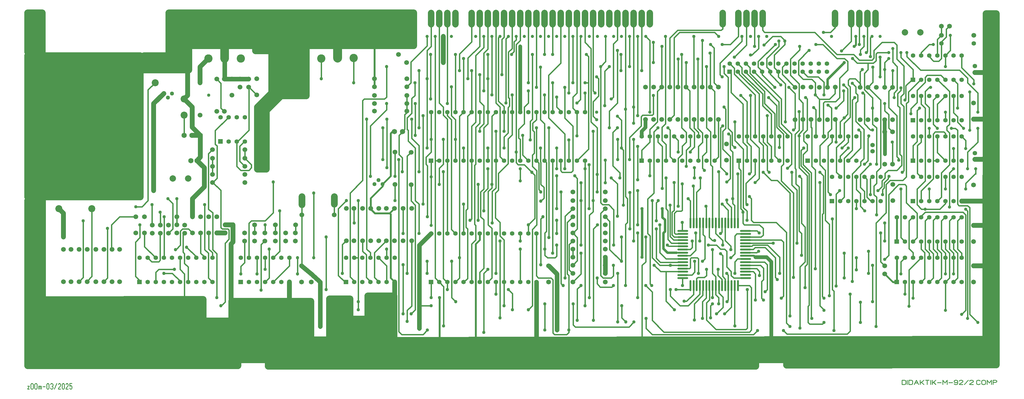
<source format=gbr>
%FSLAX34Y34*%
%MOMM*%
%LNCOPPER_TOP*%
G71*
G01*
%ADD10C,1.400*%
%ADD11C,1.000*%
%ADD12C,0.400*%
%ADD13C,0.600*%
%ADD14C,2.000*%
%ADD15C,1.500*%
%ADD16C,1.020*%
%ADD17C,1.010*%
%ADD18C,1.200*%
%ADD19C,2.000*%
%ADD20C,1.500*%
%ADD21C,1.400*%
%ADD22C,0.800*%
%ADD23C,1.280*%
%ADD24C,1.640*%
%ADD25C,0.254*%
%ADD26C,1.800*%
%ADD27C,2.100*%
%ADD28C,1.400*%
%ADD29C,1.030*%
%ADD30C,2.600*%
%ADD31C,2.700*%
%ADD32C,2.800*%
%ADD33C,2.200*%
%ADD34C,1.600*%
%ADD35C,0.222*%
%LPD*%
G36*
X2728262Y351488D02*
X2742262Y351488D01*
X2742262Y337488D01*
X2728262Y337488D01*
X2728262Y351488D01*
G37*
X2760662Y344488D02*
G54D10*
D03*
X2786062Y344488D02*
G54D10*
D03*
X2811462Y344488D02*
G54D10*
D03*
X2836862Y344488D02*
G54D10*
D03*
X2862262Y344488D02*
G54D10*
D03*
X2887662Y344488D02*
G54D10*
D03*
X2913062Y344488D02*
G54D10*
D03*
X2938462Y344488D02*
G54D10*
D03*
X2938462Y420688D02*
G54D10*
D03*
X2913062Y420688D02*
G54D10*
D03*
X2887662Y420688D02*
G54D10*
D03*
X2862262Y420688D02*
G54D10*
D03*
X2836862Y420688D02*
G54D10*
D03*
X2811462Y420688D02*
G54D10*
D03*
X2786062Y420688D02*
G54D10*
D03*
X2760662Y420688D02*
G54D10*
D03*
X2735262Y420688D02*
G54D10*
D03*
G36*
X2728262Y478488D02*
X2742262Y478488D01*
X2742262Y464488D01*
X2728262Y464488D01*
X2728262Y478488D01*
G37*
X2760662Y471488D02*
G54D10*
D03*
X2786062Y471488D02*
G54D10*
D03*
X2811462Y471488D02*
G54D10*
D03*
X2836862Y471488D02*
G54D10*
D03*
X2862262Y471488D02*
G54D10*
D03*
X2887662Y471488D02*
G54D10*
D03*
X2913062Y471488D02*
G54D10*
D03*
X2938462Y471488D02*
G54D10*
D03*
X2938462Y547688D02*
G54D10*
D03*
X2913062Y547688D02*
G54D10*
D03*
X2887662Y547688D02*
G54D10*
D03*
X2862262Y547688D02*
G54D10*
D03*
X2836862Y547688D02*
G54D10*
D03*
X2811462Y547688D02*
G54D10*
D03*
X2786062Y547688D02*
G54D10*
D03*
X2760662Y547688D02*
G54D10*
D03*
X2735262Y547688D02*
G54D10*
D03*
G36*
X2779062Y605488D02*
X2793062Y605488D01*
X2793062Y591488D01*
X2779062Y591488D01*
X2779062Y605488D01*
G37*
X2811462Y598488D02*
G54D10*
D03*
X2836862Y598488D02*
G54D10*
D03*
X2862262Y598488D02*
G54D10*
D03*
X2887662Y598488D02*
G54D10*
D03*
X2913062Y598488D02*
G54D10*
D03*
X2938462Y598488D02*
G54D10*
D03*
X2938462Y674688D02*
G54D10*
D03*
X2913062Y674688D02*
G54D10*
D03*
X2887662Y674688D02*
G54D10*
D03*
X2862262Y674688D02*
G54D10*
D03*
X2836862Y674688D02*
G54D10*
D03*
X2811462Y674688D02*
G54D10*
D03*
X2786062Y674688D02*
G54D10*
D03*
G36*
X2525062Y605488D02*
X2539062Y605488D01*
X2539062Y591488D01*
X2525062Y591488D01*
X2525062Y605488D01*
G37*
X2557462Y598488D02*
G54D10*
D03*
X2582862Y598488D02*
G54D10*
D03*
X2608262Y598488D02*
G54D10*
D03*
X2633662Y598488D02*
G54D10*
D03*
X2659062Y598488D02*
G54D10*
D03*
X2684462Y598488D02*
G54D10*
D03*
X2684462Y674688D02*
G54D10*
D03*
X2659062Y674688D02*
G54D10*
D03*
X2633662Y674688D02*
G54D10*
D03*
X2608262Y674688D02*
G54D10*
D03*
X2582862Y674688D02*
G54D10*
D03*
X2557462Y674688D02*
G54D10*
D03*
X2532062Y674688D02*
G54D10*
D03*
G36*
X2779062Y732488D02*
X2793062Y732488D01*
X2793062Y718488D01*
X2779062Y718488D01*
X2779062Y732488D01*
G37*
X2811462Y725488D02*
G54D10*
D03*
X2836862Y725488D02*
G54D10*
D03*
X2862262Y725488D02*
G54D10*
D03*
X2887662Y725488D02*
G54D10*
D03*
X2913062Y725488D02*
G54D10*
D03*
X2938462Y725488D02*
G54D10*
D03*
X2938462Y801688D02*
G54D10*
D03*
X2913062Y801688D02*
G54D10*
D03*
X2887662Y801688D02*
G54D10*
D03*
X2862262Y801688D02*
G54D10*
D03*
X2836862Y801688D02*
G54D10*
D03*
X2811462Y801688D02*
G54D10*
D03*
X2786062Y801688D02*
G54D10*
D03*
G36*
X2779062Y859488D02*
X2793062Y859488D01*
X2793062Y845488D01*
X2779062Y845488D01*
X2779062Y859488D01*
G37*
X2811462Y852488D02*
G54D10*
D03*
X2836862Y852488D02*
G54D10*
D03*
X2862262Y852488D02*
G54D10*
D03*
X2887662Y852488D02*
G54D10*
D03*
X2913062Y852488D02*
G54D10*
D03*
X2938462Y852488D02*
G54D10*
D03*
X2938462Y928688D02*
G54D10*
D03*
X2913062Y928688D02*
G54D10*
D03*
X2887662Y928688D02*
G54D10*
D03*
X2862262Y928688D02*
G54D10*
D03*
X2836862Y928688D02*
G54D10*
D03*
X2811462Y928688D02*
G54D10*
D03*
X2786062Y928688D02*
G54D10*
D03*
G36*
X2779062Y986488D02*
X2793062Y986488D01*
X2793062Y972488D01*
X2779062Y972488D01*
X2779062Y986488D01*
G37*
X2811462Y979488D02*
G54D10*
D03*
X2836862Y979488D02*
G54D10*
D03*
X2862262Y979488D02*
G54D10*
D03*
X2887662Y979488D02*
G54D10*
D03*
X2913062Y979488D02*
G54D10*
D03*
X2938462Y979488D02*
G54D10*
D03*
X2938462Y1055688D02*
G54D10*
D03*
X2913062Y1055688D02*
G54D10*
D03*
X2887662Y1055688D02*
G54D10*
D03*
X2862262Y1055688D02*
G54D10*
D03*
X2836862Y1055688D02*
G54D10*
D03*
X2811462Y1055688D02*
G54D10*
D03*
X2786062Y1055688D02*
G54D10*
D03*
G36*
X2448862Y732488D02*
X2462862Y732488D01*
X2462862Y718488D01*
X2448862Y718488D01*
X2448862Y732488D01*
G37*
X2481262Y725488D02*
G54D10*
D03*
X2506662Y725488D02*
G54D10*
D03*
X2532062Y725488D02*
G54D10*
D03*
X2557462Y725488D02*
G54D10*
D03*
X2582862Y725488D02*
G54D10*
D03*
X2608262Y725488D02*
G54D10*
D03*
X2608262Y801688D02*
G54D10*
D03*
X2582862Y801688D02*
G54D10*
D03*
X2557462Y801688D02*
G54D10*
D03*
X2532062Y801688D02*
G54D10*
D03*
X2506662Y801688D02*
G54D10*
D03*
X2481262Y801688D02*
G54D10*
D03*
X2455862Y801688D02*
G54D10*
D03*
G36*
X2232962Y732488D02*
X2246962Y732488D01*
X2246962Y718488D01*
X2232962Y718488D01*
X2232962Y732488D01*
G37*
X2265362Y725488D02*
G54D10*
D03*
X2290762Y725488D02*
G54D10*
D03*
X2316162Y725488D02*
G54D10*
D03*
X2341562Y725488D02*
G54D10*
D03*
X2366962Y725488D02*
G54D10*
D03*
X2392362Y725488D02*
G54D10*
D03*
X2392362Y801688D02*
G54D10*
D03*
X2366962Y801688D02*
G54D10*
D03*
X2341562Y801688D02*
G54D10*
D03*
X2316162Y801688D02*
G54D10*
D03*
X2290762Y801688D02*
G54D10*
D03*
X2265362Y801688D02*
G54D10*
D03*
X2239962Y801688D02*
G54D10*
D03*
G36*
X1928162Y732488D02*
X1942162Y732488D01*
X1942162Y718488D01*
X1928162Y718488D01*
X1928162Y732488D01*
G37*
X1960562Y725488D02*
G54D10*
D03*
X1985962Y725488D02*
G54D10*
D03*
X2011362Y725488D02*
G54D10*
D03*
X2036762Y725488D02*
G54D10*
D03*
X2062162Y725488D02*
G54D10*
D03*
X2087562Y725488D02*
G54D10*
D03*
X2112962Y725488D02*
G54D10*
D03*
X2138362Y725488D02*
G54D10*
D03*
X2163762Y725488D02*
G54D10*
D03*
X2163762Y801688D02*
G54D10*
D03*
X2138362Y801688D02*
G54D10*
D03*
X2112962Y801688D02*
G54D10*
D03*
X2087562Y801688D02*
G54D10*
D03*
X2062162Y801688D02*
G54D10*
D03*
X2036762Y801688D02*
G54D10*
D03*
X2011362Y801688D02*
G54D10*
D03*
X1985962Y801688D02*
G54D10*
D03*
X1960562Y801688D02*
G54D10*
D03*
X1935162Y801688D02*
G54D10*
D03*
G36*
X1267762Y732488D02*
X1281762Y732488D01*
X1281762Y718488D01*
X1267762Y718488D01*
X1267762Y732488D01*
G37*
X1300162Y725488D02*
G54D10*
D03*
X1325562Y725488D02*
G54D10*
D03*
X1350962Y725488D02*
G54D10*
D03*
X1376362Y725488D02*
G54D10*
D03*
X1401762Y725488D02*
G54D10*
D03*
X1427162Y725488D02*
G54D10*
D03*
X1452562Y725488D02*
G54D10*
D03*
X1477962Y725488D02*
G54D10*
D03*
X1503362Y725488D02*
G54D10*
D03*
X1528762Y725488D02*
G54D10*
D03*
X1554162Y725488D02*
G54D10*
D03*
X1579562Y725488D02*
G54D10*
D03*
X1604962Y725488D02*
G54D10*
D03*
X1630362Y725488D02*
G54D10*
D03*
X1655762Y725488D02*
G54D10*
D03*
X1681162Y725488D02*
G54D10*
D03*
X1706562Y725488D02*
G54D10*
D03*
X1731962Y725488D02*
G54D10*
D03*
X1757362Y725488D02*
G54D10*
D03*
X1757362Y877888D02*
G54D10*
D03*
X1731962Y877888D02*
G54D10*
D03*
X1706562Y877888D02*
G54D10*
D03*
X1681162Y877888D02*
G54D10*
D03*
X1655762Y877888D02*
G54D10*
D03*
X1630362Y877888D02*
G54D10*
D03*
X1604962Y877888D02*
G54D10*
D03*
X1579562Y877888D02*
G54D10*
D03*
X1554162Y877888D02*
G54D10*
D03*
X1528762Y877888D02*
G54D10*
D03*
X1503362Y877888D02*
G54D10*
D03*
X1477962Y877888D02*
G54D10*
D03*
X1452562Y877888D02*
G54D10*
D03*
X1427162Y877888D02*
G54D10*
D03*
X1401762Y877888D02*
G54D10*
D03*
X1376362Y877888D02*
G54D10*
D03*
X1350962Y877888D02*
G54D10*
D03*
X1325562Y877888D02*
G54D10*
D03*
X1300162Y877888D02*
G54D10*
D03*
X1274762Y877888D02*
G54D10*
D03*
G36*
X353362Y351488D02*
X367362Y351488D01*
X367362Y337488D01*
X353362Y337488D01*
X353362Y351488D01*
G37*
X385762Y344488D02*
G54D10*
D03*
X411162Y344488D02*
G54D10*
D03*
X436562Y344488D02*
G54D10*
D03*
X461962Y344488D02*
G54D10*
D03*
X487362Y344488D02*
G54D10*
D03*
X512762Y344488D02*
G54D10*
D03*
X538162Y344488D02*
G54D10*
D03*
X563562Y344488D02*
G54D10*
D03*
X588962Y344488D02*
G54D10*
D03*
X588962Y420688D02*
G54D10*
D03*
X563562Y420688D02*
G54D10*
D03*
X538162Y420688D02*
G54D10*
D03*
X512762Y420688D02*
G54D10*
D03*
X487362Y420688D02*
G54D10*
D03*
X461962Y420688D02*
G54D10*
D03*
X436562Y420688D02*
G54D10*
D03*
X411162Y420688D02*
G54D10*
D03*
X385762Y420688D02*
G54D10*
D03*
X360362Y420688D02*
G54D10*
D03*
G36*
X670862Y351488D02*
X684862Y351488D01*
X684862Y337488D01*
X670862Y337488D01*
X670862Y351488D01*
G37*
X703262Y344488D02*
G54D10*
D03*
X728662Y344488D02*
G54D10*
D03*
X754062Y344488D02*
G54D10*
D03*
X779462Y344488D02*
G54D10*
D03*
X804862Y344488D02*
G54D10*
D03*
X830262Y344488D02*
G54D10*
D03*
X830262Y420688D02*
G54D10*
D03*
X804862Y420688D02*
G54D10*
D03*
X779462Y420688D02*
G54D10*
D03*
X754062Y420688D02*
G54D10*
D03*
X728662Y420688D02*
G54D10*
D03*
X703262Y420688D02*
G54D10*
D03*
X677862Y420688D02*
G54D10*
D03*
G36*
X1001062Y351488D02*
X1015062Y351488D01*
X1015062Y337488D01*
X1001062Y337488D01*
X1001062Y351488D01*
G37*
X1033462Y344488D02*
G54D10*
D03*
X1058862Y344488D02*
G54D10*
D03*
X1084262Y344488D02*
G54D10*
D03*
X1109662Y344488D02*
G54D10*
D03*
X1135062Y344488D02*
G54D10*
D03*
X1160462Y344488D02*
G54D10*
D03*
X1160462Y420688D02*
G54D10*
D03*
X1135062Y420688D02*
G54D10*
D03*
X1109662Y420688D02*
G54D10*
D03*
X1084262Y420688D02*
G54D10*
D03*
X1058862Y420688D02*
G54D10*
D03*
X1033462Y420688D02*
G54D10*
D03*
X1008062Y420688D02*
G54D10*
D03*
G36*
X1267762Y351488D02*
X1281762Y351488D01*
X1281762Y337488D01*
X1267762Y337488D01*
X1267762Y351488D01*
G37*
X1300162Y344488D02*
G54D10*
D03*
X1325562Y344488D02*
G54D10*
D03*
X1350962Y344488D02*
G54D10*
D03*
X1376362Y344488D02*
G54D10*
D03*
X1401762Y344488D02*
G54D10*
D03*
X1427162Y344488D02*
G54D10*
D03*
X1452562Y344488D02*
G54D10*
D03*
X1477962Y344488D02*
G54D10*
D03*
X1503362Y344488D02*
G54D10*
D03*
X1528762Y344488D02*
G54D10*
D03*
X1554162Y344488D02*
G54D10*
D03*
X1579562Y344488D02*
G54D10*
D03*
X1604962Y344488D02*
G54D10*
D03*
X1604962Y496888D02*
G54D10*
D03*
X1579562Y496888D02*
G54D10*
D03*
X1554162Y496888D02*
G54D10*
D03*
X1528762Y496888D02*
G54D10*
D03*
X1503362Y496888D02*
G54D10*
D03*
X1477962Y496888D02*
G54D10*
D03*
X1452562Y496888D02*
G54D10*
D03*
X1427162Y496888D02*
G54D10*
D03*
X1401762Y496888D02*
G54D10*
D03*
X1376362Y496888D02*
G54D10*
D03*
X1350962Y496888D02*
G54D10*
D03*
X1325562Y496888D02*
G54D10*
D03*
X1300162Y496888D02*
G54D10*
D03*
X1274762Y496888D02*
G54D10*
D03*
G36*
X607362Y792813D02*
X621362Y792813D01*
X621362Y778813D01*
X607362Y778813D01*
X607362Y792813D01*
G37*
X639762Y785813D02*
G54D10*
D03*
X665162Y785813D02*
G54D10*
D03*
X690562Y785813D02*
G54D10*
D03*
X690562Y862013D02*
G54D10*
D03*
X665162Y862013D02*
G54D10*
D03*
X639762Y862013D02*
G54D10*
D03*
X614362Y862013D02*
G54D10*
D03*
X1274762Y522288D02*
G54D11*
D03*
X1274762Y674688D02*
G54D11*
D03*
X1554162Y661988D02*
G54D11*
D03*
X1554162Y700088D02*
G54D11*
D03*
G54D12*
X1274762Y725488D02*
X1274762Y674688D01*
X1274762Y522288D01*
G54D12*
X1554162Y661988D02*
X1554162Y700088D01*
X1668462Y700088D02*
G54D11*
D03*
G54D12*
X1668462Y700088D02*
X1668462Y765176D01*
X1668462Y765176D02*
G54D11*
D03*
X1871662Y765176D02*
G54D11*
D03*
X1858962Y865188D02*
G54D11*
D03*
X1878012Y585788D02*
G54D11*
D03*
G54D12*
X1871662Y765176D02*
X1871662Y852488D01*
X1858962Y865188D01*
G54D12*
X1878012Y585788D02*
X1878012Y758826D01*
X1871662Y765176D01*
X2024062Y585788D02*
G54D11*
D03*
X1960562Y877888D02*
G54D11*
D03*
X2328862Y866776D02*
G54D11*
D03*
X2779712Y873126D02*
G54D11*
D03*
G54D12*
X2024062Y585788D02*
X2024062Y487363D01*
X2035174Y476250D01*
G54D13*
X2049462Y505619D02*
X2078037Y505619D01*
G54D13*
X2049462Y495697D02*
X2078037Y495697D01*
G54D13*
X2049462Y486172D02*
X2078037Y486172D01*
G54D13*
X2049462Y476250D02*
X2078037Y476250D01*
G54D13*
X2049462Y466329D02*
X2078037Y466329D01*
G54D13*
X2049462Y456804D02*
X2078037Y456804D01*
G54D13*
X2049462Y446882D02*
X2078037Y446882D01*
G54D13*
X2049462Y436960D02*
X2078037Y436960D01*
G54D13*
X2049462Y427038D02*
X2078037Y427038D01*
G54D13*
X2049462Y417116D02*
X2078037Y417116D01*
G54D13*
X2049462Y406797D02*
X2078037Y406797D01*
G54D13*
X2049462Y396876D02*
X2078037Y396876D01*
G54D13*
X2049462Y386954D02*
X2078037Y386954D01*
G54D13*
X2049462Y377032D02*
X2078037Y377032D01*
G54D13*
X2049462Y366712D02*
X2078038Y366712D01*
G54D13*
X2049462Y357188D02*
X2078037Y357188D01*
G54D13*
X2274887Y495697D02*
X2246312Y495697D01*
G54D13*
X2274887Y505222D02*
X2246709Y505222D01*
G54D13*
X2246312Y486172D02*
X2274887Y486172D01*
G54D13*
X2246312Y476250D02*
X2274887Y476250D01*
G54D13*
X2245915Y466329D02*
X2274887Y466329D01*
G54D13*
X2246312Y456804D02*
X2274887Y456804D01*
G54D13*
X2246312Y446882D02*
X2274887Y446882D01*
G54D13*
X2246312Y436960D02*
X2274887Y436960D01*
G54D13*
X2246312Y427038D02*
X2274887Y427038D01*
G54D13*
X2246312Y417116D02*
X2274887Y417116D01*
G54D13*
X2246312Y406797D02*
X2274887Y406797D01*
G54D13*
X2246312Y396876D02*
X2274887Y396876D01*
G54D13*
X2246312Y386954D02*
X2274887Y386954D01*
G54D13*
X2246312Y377032D02*
X2274887Y377032D01*
G54D13*
X2246312Y367110D02*
X2274887Y367110D01*
G54D13*
X2246312Y357188D02*
X2274887Y357188D01*
G54D13*
X2097880Y544513D02*
X2097880Y515938D01*
G54D13*
X2087958Y544513D02*
X2087958Y515938D01*
G54D13*
X2107802Y544513D02*
X2107802Y515938D01*
G54D13*
X2117724Y544513D02*
X2117724Y515938D01*
G54D13*
X2127646Y544513D02*
X2127646Y515938D01*
G54D13*
X2137568Y544513D02*
X2137568Y515938D01*
G54D13*
X2147490Y544513D02*
X2147490Y515938D01*
G54D13*
X2157808Y544513D02*
X2157808Y515938D01*
G54D13*
X2167334Y544513D02*
X2167334Y515938D01*
G54D13*
X2177652Y544513D02*
X2177652Y515938D01*
G54D13*
X2187178Y544513D02*
X2187178Y515938D01*
G54D13*
X2197100Y544513D02*
X2197100Y515938D01*
G54D13*
X2206624Y544513D02*
X2206624Y515938D01*
G54D13*
X2216546Y544513D02*
X2216546Y515938D01*
G54D13*
X2226866Y544513D02*
X2226866Y515938D01*
G54D13*
X2236786Y544513D02*
X2236786Y515938D01*
G54D13*
X2107802Y347663D02*
X2107802Y319088D01*
G54D13*
X2097880Y347663D02*
X2097880Y319088D01*
G54D13*
X2087958Y347663D02*
X2087958Y319088D01*
G54D13*
X2117724Y347663D02*
X2117724Y319088D01*
G54D13*
X2127646Y347663D02*
X2127646Y319088D01*
G54D13*
X2137568Y347663D02*
X2137568Y319088D01*
G54D13*
X2147490Y347663D02*
X2147490Y319088D01*
G54D13*
X2157808Y347663D02*
X2157808Y319088D01*
G54D13*
X2167334Y347663D02*
X2167334Y319088D01*
G54D13*
X2177652Y347663D02*
X2177652Y319088D01*
G54D13*
X2187178Y347663D02*
X2187178Y319088D01*
G54D13*
X2197100Y347663D02*
X2197100Y319088D01*
G54D13*
X2206624Y347663D02*
X2206624Y319088D01*
G54D13*
X2216546Y347663D02*
X2216546Y319088D01*
G54D13*
X2226866Y347663D02*
X2226866Y319088D01*
G54D13*
X2236788Y347663D02*
X2236788Y319088D01*
G54D12*
X2035174Y476250D02*
X2049462Y476250D01*
G54D12*
X2328862Y865188D02*
X2328862Y782638D01*
X2341562Y769938D01*
X2341562Y725488D01*
X1947862Y1116013D02*
G54D11*
D03*
X1262062Y1116013D02*
G54D11*
D03*
X1287462Y1116013D02*
G54D11*
D03*
X1312862Y1116013D02*
G54D11*
D03*
X1338262Y1116013D02*
G54D11*
D03*
X1414462Y1116013D02*
G54D11*
D03*
X1439862Y1116013D02*
G54D11*
D03*
X1465262Y1116013D02*
G54D11*
D03*
X1490662Y1116013D02*
G54D11*
D03*
X1517650Y1116013D02*
G54D11*
D03*
X1541462Y1116013D02*
G54D11*
D03*
X1566862Y1116013D02*
G54D11*
D03*
X1592262Y1116013D02*
G54D11*
D03*
X1617662Y1116013D02*
G54D11*
D03*
X1643062Y1116013D02*
G54D11*
D03*
X1668462Y1116013D02*
G54D11*
D03*
X1693862Y1116013D02*
G54D11*
D03*
X1719262Y1116013D02*
G54D11*
D03*
X1744662Y1116013D02*
G54D11*
D03*
X1771650Y1116013D02*
G54D11*
D03*
X1797050Y1116013D02*
G54D11*
D03*
X1822450Y1116013D02*
G54D11*
D03*
X1847850Y1116013D02*
G54D11*
D03*
X1871662Y1116013D02*
G54D11*
D03*
X1897062Y1116013D02*
G54D11*
D03*
X1922462Y1116013D02*
G54D11*
D03*
X2760662Y1128713D02*
G54D14*
D03*
X2809062Y1128713D02*
G54D14*
D03*
X2874962Y1147763D02*
G54D15*
D03*
X2900362Y1147763D02*
G54D15*
D03*
X2903537Y1119188D02*
G54D11*
D03*
X2849562Y1090613D02*
G54D11*
D03*
X2887662Y1020763D02*
G54D11*
D03*
X2747962Y1065213D02*
G54D11*
D03*
X2767012Y1065213D02*
G54D11*
D03*
X2976562Y966788D02*
G54D11*
D03*
X2989262Y877888D02*
G54D11*
D03*
X2925762Y890588D02*
G54D11*
D03*
X2887662Y877888D02*
G54D11*
D03*
X2806700Y890588D02*
G54D11*
D03*
X2722562Y1077913D02*
G54D11*
D03*
X2709862Y1065213D02*
G54D11*
D03*
X2709862Y1046163D02*
G54D11*
D03*
X2682874Y1050926D02*
G54D11*
D03*
X2697162Y1011238D02*
G54D11*
D03*
X2722562Y1008063D02*
G54D11*
D03*
X2682874Y989013D02*
G54D11*
D03*
X2697828Y904835D02*
G54D11*
D03*
X2963862Y941388D02*
G54D11*
D03*
X2963862Y820738D02*
G54D11*
D03*
X2836862Y827088D02*
G54D11*
D03*
X2862262Y827088D02*
G54D11*
D03*
X2906712Y827088D02*
G54D11*
D03*
X2944812Y827088D02*
G54D11*
D03*
X2951162Y763588D02*
G54D11*
D03*
X2913062Y763588D02*
G54D11*
D03*
X2989262Y827088D02*
G54D11*
D03*
X2913062Y700088D02*
G54D11*
D03*
X2957512Y700088D02*
G54D11*
D03*
X2982912Y700088D02*
G54D11*
D03*
X2951162Y636588D02*
G54D11*
D03*
X2887662Y636588D02*
G54D11*
D03*
X2836862Y636588D02*
G54D11*
D03*
X2824162Y573088D02*
G54D11*
D03*
X2900362Y579438D02*
G54D11*
D03*
X2951162Y573088D02*
G54D11*
D03*
X2913062Y369888D02*
G54D11*
D03*
X2887662Y369888D02*
G54D11*
D03*
X2989262Y217488D02*
G54D11*
D03*
X2957512Y230188D02*
G54D11*
D03*
X2938462Y242888D02*
G54D11*
D03*
X2887662Y255588D02*
G54D11*
D03*
X2773362Y268288D02*
G54D11*
D03*
X2786062Y293688D02*
G54D11*
D03*
X2760662Y306388D02*
G54D11*
D03*
X2747962Y369888D02*
G54D11*
D03*
X2727324Y923926D02*
G54D11*
D03*
X2760662Y915988D02*
G54D11*
D03*
X2682874Y1116013D02*
G54D11*
D03*
X2657474Y1116013D02*
G54D11*
D03*
X2632074Y1116013D02*
G54D11*
D03*
X2606674Y1116013D02*
G54D11*
D03*
X2975765Y395474D02*
G54D15*
D03*
X2975765Y344674D02*
G54D15*
D03*
X2975765Y522474D02*
G54D15*
D03*
X2975765Y471674D02*
G54D15*
D03*
X2975765Y649474D02*
G54D15*
D03*
X2975765Y598674D02*
G54D15*
D03*
X2975765Y906649D02*
G54D15*
D03*
X2975765Y855849D02*
G54D15*
D03*
X2980312Y729417D02*
G54D10*
D03*
X2980312Y749517D02*
G54D10*
D03*
X2980312Y1002467D02*
G54D10*
D03*
X2980312Y1022567D02*
G54D10*
D03*
X2841624Y955676D02*
G54D11*
D03*
X2747962Y954088D02*
G54D16*
D03*
X2659637Y754817D02*
G54D10*
D03*
X2659637Y774917D02*
G54D10*
D03*
X2530474Y1116013D02*
G54D16*
D03*
X2659062Y890588D02*
G54D16*
D03*
X2603500Y923926D02*
G54D16*
D03*
X2628900Y938213D02*
G54D16*
D03*
X2544762Y890588D02*
G54D16*
D03*
X2519362Y900113D02*
G54D16*
D03*
X2506662Y931863D02*
G54D16*
D03*
X2568574Y944563D02*
G54D16*
D03*
X2568574Y963613D02*
G54D16*
D03*
X2595562Y968376D02*
G54D16*
D03*
X2627312Y1011238D02*
G54D16*
D03*
X2660650Y1019176D02*
G54D16*
D03*
X2570162Y1033463D02*
G54D16*
D03*
X2597150Y1046163D02*
G54D16*
D03*
X2652712Y1052513D02*
G54D16*
D03*
X2620962Y1058863D02*
G54D16*
D03*
X2640012Y1065213D02*
G54D16*
D03*
X2617787Y1090613D02*
G54D16*
D03*
X2601912Y1084263D02*
G54D16*
D03*
X2647950Y803276D02*
G54D16*
D03*
X2659062Y822326D02*
G54D16*
D03*
X2616200Y822326D02*
G54D16*
D03*
X2720974Y784226D02*
G54D16*
D03*
X2698750Y746126D02*
G54D16*
D03*
G54D12*
X2811462Y1055688D02*
X2811462Y1065213D01*
X2836862Y1090613D01*
X2849562Y1090613D01*
G54D12*
X2836862Y1055688D02*
X2836862Y1052513D01*
X2851150Y1038226D01*
X2867024Y1038226D01*
X2874962Y1046163D01*
X2874962Y1093788D01*
X2874962Y1098550D01*
X2890837Y1114426D01*
X2890837Y1138238D01*
X2900362Y1147763D01*
G54D12*
X2862262Y1055688D02*
X2862262Y1106488D01*
X2874962Y1119188D01*
X2874962Y1147763D01*
G54D12*
X2903537Y1119188D02*
X2903537Y1071563D01*
X2887662Y1055688D01*
X2887662Y1020763D01*
G54D12*
X2841624Y955676D02*
X2836862Y955676D01*
X2824162Y942976D01*
X2824162Y904876D01*
X2836862Y892176D01*
X2836862Y852488D01*
G54D12*
X2887662Y877888D02*
X2887662Y852488D01*
X2428874Y879476D02*
G54D16*
D03*
X2436812Y428626D02*
G54D16*
D03*
X2570162Y860426D02*
G54D17*
D03*
X2386012Y847726D02*
G54D17*
D03*
X2411412Y822326D02*
G54D17*
D03*
X2428874Y803276D02*
G54D17*
D03*
X2443162Y765176D02*
G54D17*
D03*
X2544762Y784226D02*
G54D17*
D03*
X2563812Y765176D02*
G54D17*
D03*
X2582862Y765176D02*
G54D17*
D03*
X2366962Y766763D02*
G54D17*
D03*
X2474912Y892176D02*
G54D17*
D03*
X2392362Y701676D02*
G54D17*
D03*
X2406650Y688976D02*
G54D17*
D03*
X2430462Y676276D02*
G54D17*
D03*
X2493962Y688976D02*
G54D17*
D03*
X2493962Y657226D02*
G54D17*
D03*
G54D12*
X2428874Y879476D02*
X2428874Y820738D01*
X2416174Y808038D01*
X2416174Y701676D01*
X2419350Y698500D01*
X2419350Y652463D01*
X2428874Y642938D01*
X2428874Y504826D01*
X2436812Y496888D01*
X2436812Y428626D01*
X2301874Y441326D02*
G54D17*
D03*
G54D12*
X2274887Y436960D02*
X2295922Y436960D01*
X2301874Y441326D01*
G54D12*
X2862262Y852488D02*
X2862262Y903288D01*
X2887662Y928688D01*
G54D12*
X2811462Y928688D02*
X2811462Y903288D01*
X2824162Y890588D01*
X2824162Y661988D01*
X2798762Y636588D01*
X2798762Y587376D01*
X2813050Y573088D01*
X2824162Y573088D01*
G54D12*
X2824162Y573088D02*
X2870200Y573088D01*
X2887662Y590550D01*
X2887662Y598488D01*
X2635250Y568326D02*
G54D17*
D03*
G54D12*
X2608262Y674688D02*
X2608262Y635000D01*
X2620962Y622300D01*
X2620962Y582613D01*
X2635250Y568326D01*
G54D12*
X2779712Y871538D02*
X2779712Y889000D01*
X2798762Y908050D01*
X2798762Y946150D01*
X2824162Y971550D01*
X2824162Y987426D01*
X2830512Y993776D01*
X2873374Y993776D01*
X2887662Y979488D01*
G54D12*
X2913062Y979488D02*
X2925762Y966788D01*
X2925762Y890588D01*
G54D12*
X2786062Y725488D02*
X2786062Y773113D01*
X2798762Y785813D01*
X2798762Y882650D01*
X2806700Y890588D01*
G54D12*
X2786062Y979488D02*
X2786062Y1011238D01*
X2747962Y1049338D01*
X2747962Y1065213D01*
G54D12*
X2709862Y1065213D02*
X2674937Y1065213D01*
X2670174Y1060450D01*
X2670174Y1039813D01*
X2662237Y1031876D01*
X2611437Y1031876D01*
X2597150Y1046163D01*
G36*
X2204387Y1011888D02*
X2218387Y1011888D01*
X2218387Y997888D01*
X2204387Y997888D01*
X2204387Y1011888D01*
G37*
X2211387Y1030288D02*
G54D10*
D03*
X2236787Y1004888D02*
G54D10*
D03*
X2236787Y1030288D02*
G54D10*
D03*
X2262187Y1004888D02*
G54D10*
D03*
X2262187Y1030288D02*
G54D10*
D03*
X2287587Y1004888D02*
G54D10*
D03*
X2287587Y1030288D02*
G54D10*
D03*
X2312987Y1004888D02*
G54D10*
D03*
X2312987Y1030288D02*
G54D10*
D03*
X2338387Y1004888D02*
G54D10*
D03*
X2338387Y1030288D02*
G54D10*
D03*
X2363787Y1004888D02*
G54D10*
D03*
X2363787Y1030288D02*
G54D10*
D03*
X2389187Y1004888D02*
G54D10*
D03*
X2389187Y1030288D02*
G54D10*
D03*
X2414587Y1004888D02*
G54D10*
D03*
X2414587Y1030288D02*
G54D10*
D03*
X2439987Y1004888D02*
G54D10*
D03*
X2439987Y1030288D02*
G54D10*
D03*
X2465387Y1004888D02*
G54D10*
D03*
X2465387Y1030288D02*
G54D10*
D03*
X2490787Y1004888D02*
G54D10*
D03*
X2490787Y1030288D02*
G54D10*
D03*
X2516187Y1004888D02*
G54D10*
D03*
X2516187Y1030288D02*
G54D10*
D03*
G54D12*
X2786062Y979488D02*
X2782887Y979488D01*
X2763837Y960438D01*
X2763837Y919163D01*
X2760662Y915988D01*
G54D12*
X2659062Y890588D02*
X2659062Y869950D01*
X2671762Y714376D02*
G54D17*
D03*
X2652712Y714376D02*
G54D17*
D03*
X2633662Y714376D02*
G54D17*
D03*
X2741612Y727076D02*
G54D17*
D03*
X2752724Y688976D02*
G54D17*
D03*
X2711450Y676276D02*
G54D17*
D03*
G54D12*
X2659062Y869950D02*
X2659062Y839788D01*
X2671762Y828676D01*
X2671762Y714376D01*
G54D18*
X2698268Y815101D02*
X2698268Y746607D01*
X2698750Y746126D01*
G54D18*
X2697828Y854035D02*
X2697828Y815541D01*
X2698268Y815101D01*
G54D12*
X2811462Y979488D02*
X2809874Y979488D01*
X2771774Y941388D01*
X2771774Y911226D01*
X2765424Y904876D01*
X2765424Y674688D01*
X2754312Y663576D01*
X2714624Y663576D01*
X2701924Y650876D01*
X2701924Y561976D01*
X2670174Y530226D01*
X2670174Y204788D02*
G54D17*
D03*
X1911350Y219076D02*
G54D17*
D03*
X1720850Y276226D02*
G54D17*
D03*
X1631950Y276226D02*
G54D17*
D03*
X1631950Y193676D02*
G54D17*
D03*
X1263650Y193676D02*
G54D17*
D03*
X1173162Y728663D02*
G54D17*
D03*
X1123950Y728663D02*
G54D17*
D03*
X1123950Y828676D02*
G54D17*
D03*
X1096962Y904876D02*
G54D15*
D03*
X1198562Y904876D02*
G54D15*
D03*
G54D12*
X1123950Y828676D02*
X1123950Y728663D01*
G54D12*
X1173162Y728663D02*
X1173162Y188913D01*
X1182687Y179388D01*
X1249362Y179388D01*
X1263650Y193676D01*
G54D12*
X1631950Y193676D02*
X1631950Y276226D01*
G54D12*
X1720850Y276226D02*
X1720850Y209550D01*
X1727200Y203200D01*
X1895474Y203200D01*
X1911350Y219076D01*
G54D12*
X2568574Y944563D02*
X2568574Y914400D01*
X2544762Y890588D01*
X2193924Y893763D02*
G54D17*
D03*
X1909762Y893763D02*
G54D17*
D03*
X1909762Y842963D02*
G54D17*
D03*
G54D12*
X1909762Y842963D02*
X1909762Y893763D01*
G54D19*
X1909762Y1189038D02*
X1909762Y1154113D01*
G54D12*
X1909762Y893763D02*
X1909762Y1154113D01*
X2201862Y658813D02*
G54D17*
D03*
X2036762Y657226D02*
G54D16*
D03*
G54D12*
X2201862Y658813D02*
X2212974Y669926D01*
X2212974Y738188D01*
X2189162Y762000D01*
X2189162Y817563D01*
X2198687Y827088D01*
X2198687Y887413D01*
X2193924Y893763D01*
G54D12*
X2036762Y657226D02*
X2036762Y569913D01*
X2030412Y563563D01*
X2030412Y492919D01*
X2037159Y486172D01*
X2049462Y486172D01*
G54D12*
X1325562Y877888D02*
X1325562Y866776D01*
X1338262Y854076D01*
X1338262Y509588D01*
X1350962Y496888D01*
G54D12*
X2862262Y979488D02*
X2863850Y979488D01*
X2900362Y942976D01*
X2900362Y839788D01*
X2892424Y831850D01*
X2892424Y820738D01*
X2900362Y812800D01*
X2900362Y712788D01*
X2874962Y687388D01*
X2874962Y611188D01*
X2862262Y598488D01*
G54D20*
X2980312Y1002467D02*
X3007558Y1002467D01*
X3008312Y1001713D01*
G54D12*
X2938462Y1055688D02*
X2938462Y1017588D01*
X2976562Y979488D01*
X2976562Y966788D01*
X2676524Y631826D02*
G54D16*
D03*
G54D12*
X2689224Y661988D02*
X2689224Y644526D01*
X2676524Y631826D01*
X2555874Y631826D02*
G54D16*
D03*
X2544762Y331788D02*
G54D16*
D03*
G54D12*
X2544762Y331788D02*
X2544762Y620713D01*
X2555874Y631826D01*
X1846262Y333376D02*
G54D16*
D03*
X1795462Y357188D02*
G54D16*
D03*
G54D12*
X1795462Y357188D02*
X1795462Y339726D01*
X1804987Y328613D01*
X1841500Y328613D01*
X1846262Y333376D01*
X1262062Y371476D02*
G54D16*
D03*
X1262062Y409576D02*
G54D16*
D03*
G54D12*
X1262062Y409576D02*
X1262062Y371476D01*
G54D12*
X2727324Y923926D02*
X2727324Y938213D01*
X2736850Y947738D01*
X2736850Y1020763D01*
X2722562Y1035050D01*
X2722562Y1077913D01*
G54D12*
X2747962Y954088D02*
X2747962Y946150D01*
X2738437Y936626D01*
G54D12*
X2738437Y936626D02*
X2738437Y898526D01*
X2744787Y892176D01*
X2744787Y746126D01*
X2751137Y739776D01*
X2751137Y711200D01*
X2735262Y695326D01*
X2708274Y695326D01*
X2698750Y685800D01*
X2698750Y671513D01*
X2689224Y661988D01*
X2449512Y923926D02*
G54D16*
D03*
X2468562Y230188D02*
G54D16*
D03*
G54D12*
X2449512Y923926D02*
X2454274Y919163D01*
X2454274Y822326D01*
X2443162Y811213D01*
X2443162Y787400D01*
X2454274Y776288D01*
X2454274Y757238D01*
X2441574Y744538D01*
X2441574Y712788D01*
X2466974Y687388D01*
X2466974Y231776D01*
X2468562Y230188D01*
X2100262Y225426D02*
G54D16*
D03*
G54D12*
X2670174Y530226D02*
X2670174Y204788D01*
G54D20*
X2975765Y855849D02*
X3003364Y855849D01*
X3003550Y855663D01*
G54D12*
X2913062Y928688D02*
X2913062Y876300D01*
X2925762Y863600D01*
X2925762Y846138D01*
X2944812Y827088D01*
G54D12*
X2862262Y801688D02*
X2862262Y750888D01*
X2887662Y725488D01*
G54D12*
X2811462Y801688D02*
X2811462Y784226D01*
X2800350Y773113D01*
X2800350Y685800D01*
X2811462Y674688D01*
G54D12*
X2862262Y827088D02*
X2849562Y839788D01*
X2849562Y915988D01*
X2862262Y928688D01*
G54D12*
X2906712Y827088D02*
X2919412Y827088D01*
X2925762Y820738D01*
X2925762Y588963D01*
X2930524Y584200D01*
X2957512Y584200D01*
X2963862Y577850D01*
X2963862Y242888D01*
X2989262Y217488D01*
X2506662Y217488D02*
G54D16*
D03*
X2620962Y217488D02*
G54D16*
D03*
X2620962Y280988D02*
G54D16*
D03*
G54D12*
X2620962Y280988D02*
X2620962Y217488D01*
X2203450Y282576D02*
G54D16*
D03*
G54D12*
X2206624Y319088D02*
X2206624Y287338D01*
X2203450Y282576D01*
X2201862Y371476D02*
G54D16*
D03*
G54D12*
X2206624Y347663D02*
X2206624Y366713D01*
X2201862Y371476D01*
X1719262Y344488D02*
G54D15*
D03*
X1820862Y344488D02*
G54D15*
D03*
X1744662Y434976D02*
G54D16*
D03*
G54D12*
X1719262Y344488D02*
X1744662Y369888D01*
X1744662Y434976D01*
X1655762Y434976D02*
G54D16*
D03*
X1236662Y496888D02*
G54D16*
D03*
G54D12*
X1655762Y725488D02*
X1655762Y434976D01*
X1223962Y969963D02*
G54D16*
D03*
X1225550Y904876D02*
G54D16*
D03*
X1325562Y904876D02*
G54D16*
D03*
X1214437Y855663D02*
G54D16*
D03*
X1096962Y881063D02*
G54D15*
D03*
X1198562Y881063D02*
G54D15*
D03*
G54D12*
X1223962Y969963D02*
X1223962Y930276D01*
X1214437Y920750D01*
X1214437Y874713D01*
X1200150Y860426D01*
X1200150Y823913D01*
X1203324Y820738D01*
X1203324Y787400D01*
X1225550Y765176D01*
X1225550Y600076D01*
X1236662Y588963D01*
X1236662Y496888D01*
X1579557Y969958D02*
G54D16*
D03*
G54D19*
X1579562Y1189038D02*
X1579562Y1154113D01*
X2697828Y955635D02*
G54D15*
D03*
X2697828Y854035D02*
G54D15*
D03*
X2697393Y815975D02*
G54D15*
D03*
X2697393Y714376D02*
G54D15*
D03*
X2721945Y815950D02*
G54D15*
D03*
X2721945Y714350D02*
G54D15*
D03*
X2874962Y1119188D02*
G54D15*
D03*
X2976562Y1119188D02*
G54D15*
D03*
X2874962Y1093788D02*
G54D21*
D03*
X2976562Y1093788D02*
G54D21*
D03*
X2671762Y555626D02*
G54D16*
D03*
X2645382Y955512D02*
G54D15*
D03*
X2645382Y853912D02*
G54D15*
D03*
G54D12*
X2645382Y955512D02*
X2684462Y915988D01*
X2684462Y703263D01*
X2671762Y690563D01*
X2671762Y654050D01*
X2663824Y646113D01*
X2663824Y619126D01*
X2671762Y611188D01*
X2671762Y555626D01*
X2671414Y955853D02*
G54D15*
D03*
X2671414Y854253D02*
G54D15*
D03*
X2722214Y955853D02*
G54D15*
D03*
X2722214Y854253D02*
G54D15*
D03*
X2620614Y955853D02*
G54D15*
D03*
X2620614Y854253D02*
G54D15*
D03*
G54D12*
X2557462Y598488D02*
X2570162Y611188D01*
X2570162Y733426D01*
X2595562Y758826D01*
X2595562Y915988D01*
X2603500Y923926D01*
G54D12*
X2506662Y931863D02*
X2506662Y971550D01*
X2489200Y989013D01*
X2455862Y989013D01*
X2439987Y1004888D01*
G54D12*
X2645382Y955512D02*
X2660650Y971550D01*
X2660650Y1019176D01*
G54D12*
X2963862Y941388D02*
X2963862Y820738D01*
X2652712Y619126D02*
G54D16*
D03*
X2690812Y619126D02*
G54D16*
D03*
X2527300Y619126D02*
G54D16*
D03*
G54D12*
X2652712Y619126D02*
X2652712Y668338D01*
X2659062Y674688D01*
X2608262Y574676D02*
G54D16*
D03*
G54D12*
X2608262Y598488D02*
X2608262Y574676D01*
G54D12*
X2900362Y579438D02*
X2900362Y687388D01*
X2913062Y700088D01*
G54D12*
X2957512Y700088D02*
X2957512Y752476D01*
X2989262Y784226D01*
X2989262Y827088D01*
G54D12*
X2989262Y877888D02*
X2989262Y938213D01*
X2957512Y969963D01*
X2957512Y984250D01*
X2932112Y1009650D01*
X2809874Y1009650D01*
X2767012Y1052513D01*
X2767012Y1065213D01*
G54D12*
X2697162Y1011238D02*
X2697162Y1033463D01*
X2709862Y1046163D01*
G54D12*
X2697162Y1011238D02*
X2697828Y955635D01*
G54D12*
X2633662Y598488D02*
X2633662Y628650D01*
X2620962Y641350D01*
X2620962Y682626D01*
X2652712Y714376D01*
G54D12*
X2741612Y727076D02*
X2741612Y731838D01*
X2735262Y738188D01*
X2735262Y866776D01*
X2709862Y892176D01*
X2709862Y943502D01*
X2722214Y955853D01*
G54D12*
X2722214Y955853D02*
X2722214Y1007714D01*
X2722562Y1008063D01*
G54D12*
X2659062Y598488D02*
X2654300Y598488D01*
X2641600Y611188D01*
X2641600Y666750D01*
X2633662Y674688D01*
G54D12*
X2557462Y674688D02*
X2557462Y677863D01*
X2546350Y688976D01*
X2546350Y766763D01*
X2570162Y790576D01*
X2570162Y842963D01*
X2589212Y862013D01*
X2589212Y957263D01*
X2582862Y963613D01*
X2582862Y977900D01*
X2587624Y982663D01*
X2605087Y982663D01*
X2620962Y966788D01*
X2620614Y955853D01*
G54D12*
X2620614Y955853D02*
X2620614Y1004540D01*
X2627312Y1011238D01*
X2723352Y651062D02*
G54D15*
D03*
X2723352Y600261D02*
G54D15*
D03*
G54D20*
X2938462Y598488D02*
X2975580Y598488D01*
X2975765Y598674D01*
X3011301Y598674D01*
X3011487Y598488D01*
X2747962Y636588D02*
G54D16*
D03*
G54D20*
X2980312Y729417D02*
X3005891Y729417D01*
X3006724Y730250D01*
X2201066Y778061D02*
G54D15*
D03*
X2201066Y727261D02*
G54D15*
D03*
G54D12*
X2836862Y801688D02*
X2836862Y827088D01*
G54D12*
X2647950Y803276D02*
X2647950Y800100D01*
X2644774Y796926D01*
X2644774Y725488D01*
X2633662Y714376D01*
G54D12*
X2913062Y725488D02*
X2913062Y763588D01*
G54D12*
X2557462Y725488D02*
X2557462Y739776D01*
X2582862Y765176D01*
G54D12*
X2811462Y598488D02*
X2811462Y630238D01*
X2849562Y668338D01*
X2849562Y809626D01*
X2855912Y815976D01*
X2882900Y815976D01*
X2887662Y811213D01*
X2887662Y801688D01*
G54D12*
X2862262Y725488D02*
X2849562Y725488D01*
G54D12*
X2938462Y801688D02*
X2951162Y788988D01*
X2951162Y763588D01*
G54D12*
X2982912Y700088D02*
X2982912Y684213D01*
X2981324Y684213D01*
X2951162Y654050D01*
X2951162Y636588D01*
G54D12*
X2951162Y573088D02*
X2957512Y566738D01*
X2957512Y230188D01*
G54D12*
X2443162Y765176D02*
X2435224Y757238D01*
X2435224Y709613D01*
X2460624Y684213D01*
X2460624Y271463D01*
X2457450Y268288D01*
X2457450Y217488D01*
X2462212Y212726D01*
X2501900Y212726D01*
X2506662Y217488D01*
G54D12*
X2563812Y765176D02*
X2582862Y784226D01*
X2582862Y801688D01*
G54D12*
X2836862Y598488D02*
X2836862Y636588D01*
G54D12*
X2887662Y674688D02*
X2887662Y636588D01*
X2335212Y688976D02*
G54D16*
D03*
G54D12*
X2316162Y801688D02*
X2316162Y784226D01*
X2328862Y771526D01*
X2328862Y695326D01*
X2335212Y688976D01*
X2208212Y809626D02*
G54D16*
D03*
X2220912Y606426D02*
G54D16*
D03*
G54D12*
X2220912Y606426D02*
X2220912Y752476D01*
X2212974Y760413D01*
X2212974Y804863D01*
X2208212Y809626D01*
X2273300Y612776D02*
G54D16*
D03*
X2400300Y204788D02*
G54D16*
D03*
G54D12*
X2273300Y612776D02*
X2279650Y606426D01*
X2279650Y538163D01*
X2286000Y531813D01*
X2357437Y531813D01*
X2389187Y500063D01*
X2389187Y215900D01*
X2400300Y204788D01*
X1314450Y206376D02*
G54D16*
D03*
G54D12*
X1287462Y725488D02*
X1300162Y725488D01*
X2533650Y542926D02*
G54D16*
D03*
X2538412Y192088D02*
G54D16*
D03*
G54D12*
X2538412Y192088D02*
X2538412Y315913D01*
X2533650Y320676D01*
X2533650Y542926D01*
X1439862Y185738D02*
G54D16*
D03*
X1452562Y384176D02*
G54D16*
D03*
G54D12*
X1439862Y185738D02*
X1439862Y371476D01*
X1452562Y384176D01*
X754062Y384176D02*
G54D16*
D03*
G54D12*
X754062Y384176D02*
X754062Y420688D01*
G54D12*
X2690812Y619126D02*
X2690812Y635000D01*
X2695574Y639763D01*
X2695574Y655638D01*
X2708274Y668338D01*
X2708274Y673100D01*
X2711450Y676276D01*
G54D12*
X2527300Y619126D02*
X2519362Y627063D01*
X2519362Y771526D01*
X2532062Y784226D01*
X2532062Y801688D01*
G54D12*
X1287462Y1116013D02*
X1287462Y357188D01*
X1300162Y344488D01*
G54D12*
X1579557Y969958D02*
X1579562Y1154113D01*
X2327274Y1116013D02*
G54D16*
D03*
X2301874Y1116013D02*
G54D16*
D03*
X2276474Y1116013D02*
G54D16*
D03*
X2249487Y1116013D02*
G54D16*
D03*
X2176462Y1116013D02*
G54D16*
D03*
G54D12*
X2100262Y225426D02*
X2100262Y276226D01*
X2127250Y303213D01*
X2127250Y318691D01*
X2127646Y319088D01*
G54D12*
X1314450Y206376D02*
X1314450Y330200D01*
X1300162Y344488D01*
G54D12*
X1960562Y877888D02*
X1960562Y1103313D01*
X1947862Y1116013D01*
G54D12*
X2582862Y725488D02*
X2622550Y765176D01*
X2622550Y815976D01*
X2616200Y822326D01*
G54D12*
X2481262Y801688D02*
X2481262Y885826D01*
X2474912Y892176D01*
X2416512Y956104D02*
G54D15*
D03*
X2416512Y854504D02*
G54D15*
D03*
G54D12*
X2416512Y854504D02*
X2416512Y827426D01*
X2411412Y822326D01*
G54D12*
X2389187Y1030288D02*
X2387600Y1030288D01*
X2376487Y1019176D01*
X2376487Y996130D01*
X2416512Y956104D01*
X1985962Y828676D02*
G54D16*
D03*
G54D12*
X1985962Y828676D02*
X1973262Y815976D01*
X1973262Y623888D01*
X1954212Y604838D01*
X1954212Y496888D01*
X1962150Y488950D01*
X1962150Y338138D01*
X1966912Y333376D01*
X1966912Y333376D02*
G54D16*
D03*
X2043112Y320676D02*
G54D16*
D03*
G54D12*
X2043112Y320676D02*
X2085974Y320676D01*
X2087562Y322263D01*
X2397124Y955676D02*
G54D16*
D03*
X2352674Y955676D02*
G54D16*
D03*
X2354262Y1090613D02*
G54D16*
D03*
G54D12*
X2416512Y854504D02*
X2416512Y936288D01*
X2397124Y955676D01*
G54D12*
X2312987Y1004888D02*
X2312987Y995363D01*
X2352674Y955676D01*
G54D12*
X2312987Y1004888D02*
X2312987Y1006476D01*
X2300287Y1019176D01*
X2300287Y1036638D01*
X2354262Y1090613D01*
G54D12*
X2632074Y1116013D02*
X2632074Y1084263D01*
X2620962Y1073150D01*
X2620962Y1058863D01*
X2441388Y956307D02*
G54D15*
D03*
X2441387Y854707D02*
G54D15*
D03*
G54D12*
X2441387Y854707D02*
X2441387Y822138D01*
X2428874Y809626D01*
X2428874Y803276D01*
G54D12*
X2441387Y854707D02*
X2441387Y906650D01*
X2428874Y919163D01*
X2428874Y966788D01*
X2401887Y993776D01*
X2401887Y1044576D01*
X2430462Y1073150D01*
X2430462Y1084263D01*
X2430462Y1084263D02*
G54D16*
D03*
X2562224Y1069976D02*
G54D16*
D03*
G54D19*
X2541587Y1189038D02*
X2541587Y1154113D01*
G54D19*
X2592387Y1189038D02*
X2592387Y1154113D01*
G54D19*
X2617787Y1189038D02*
X2617787Y1154113D01*
G54D19*
X2643187Y1189038D02*
X2643187Y1154113D01*
G54D19*
X2668587Y1189038D02*
X2668587Y1154113D01*
X2505074Y1128713D02*
G54D16*
D03*
X2481262Y1090613D02*
G54D16*
D03*
X2460624Y1071563D02*
G54D16*
D03*
X2365374Y1101726D02*
G54D16*
D03*
X2384424Y1101726D02*
G54D16*
D03*
X2319337Y1089026D02*
G54D16*
D03*
X2289174Y1084263D02*
G54D16*
D03*
X2479674Y931863D02*
G54D16*
D03*
G54D19*
X2189162Y1189038D02*
X2189162Y1154113D01*
G54D19*
X2238374Y1189038D02*
X2238374Y1154113D01*
G54D19*
X2263774Y1189038D02*
X2263774Y1154113D01*
G54D19*
X2289174Y1189038D02*
X2289174Y1154113D01*
G54D19*
X2314574Y1189038D02*
X2314574Y1154113D01*
X2371724Y963613D02*
G54D16*
D03*
X2187574Y1090613D02*
G54D16*
D03*
X2225674Y1050926D02*
G54D16*
D03*
X2276474Y1057276D02*
G54D16*
D03*
X2333624Y923926D02*
G54D16*
D03*
X2276474Y930276D02*
G54D16*
D03*
X2246312Y930276D02*
G54D16*
D03*
G54D12*
X2592387Y1154113D02*
X2592387Y1100138D01*
X2562224Y1069976D01*
X2447924Y327026D02*
G54D16*
D03*
X2063750Y333376D02*
G54D16*
D03*
G54D12*
X2428874Y803276D02*
X2428874Y703263D01*
X2454274Y677863D01*
X2454274Y400050D01*
X2447924Y393700D01*
X2447924Y327026D01*
G54D12*
X2063750Y357188D02*
X2063750Y333376D01*
G54D12*
X2557462Y801688D02*
X2557462Y847726D01*
X2570162Y860426D01*
X2581274Y871538D01*
X2581274Y950913D01*
X2568574Y963613D01*
X2466787Y956306D02*
G54D15*
D03*
X2466787Y854706D02*
G54D15*
D03*
G54D12*
X2338387Y1004888D02*
X2338387Y996950D01*
X2371724Y963613D01*
G54D12*
X2338387Y1004888D02*
X2338387Y1008063D01*
X2327274Y1019176D01*
X2327274Y1046163D01*
X2365374Y1084263D01*
X2365374Y1101726D01*
G54D12*
X2617787Y1090613D02*
X2617787Y1154113D01*
G54D12*
X2466787Y854706D02*
X2466787Y830450D01*
X2468562Y828676D01*
X2468562Y708026D01*
X2479674Y696913D01*
X2479674Y385763D01*
X2479674Y385763D02*
G54D16*
D03*
X2112962Y371476D02*
G54D16*
D03*
G54D12*
X2078037Y386954D02*
X2085578Y386954D01*
X2087562Y388938D01*
X2087562Y417513D01*
X2090737Y420688D01*
X2109787Y420688D01*
X2112962Y417513D01*
X2112962Y371476D01*
X1992312Y523876D02*
G54D16*
D03*
X1922462Y523876D02*
G54D16*
D03*
X1922462Y631826D02*
G54D16*
D03*
X2290762Y657226D02*
G54D16*
D03*
G54D12*
X2460624Y1071563D02*
X2459037Y1071563D01*
X2427287Y1039813D01*
X2427287Y995363D01*
X2441574Y981076D01*
X2468562Y981076D01*
X2479674Y969963D01*
X2479674Y931863D01*
X2492712Y956104D02*
G54D15*
D03*
X2492712Y854504D02*
G54D15*
D03*
G54D12*
X2492712Y854504D02*
X2492712Y918826D01*
X2479674Y931863D01*
X2542363Y854732D02*
G54D15*
D03*
X2542363Y956332D02*
G54D15*
D03*
X2518112Y956105D02*
G54D15*
D03*
X2518112Y854505D02*
G54D15*
D03*
G54D12*
X2544762Y784226D02*
X2544762Y852332D01*
X2542363Y854732D01*
G54D12*
X2492712Y918826D02*
X2523788Y918826D01*
X2541587Y936626D01*
X2541587Y955556D01*
X2542363Y956332D01*
G54D12*
X2652712Y1052513D02*
X2652712Y1111250D01*
X2657474Y1116013D01*
G54D12*
X2276474Y930276D02*
X2276474Y792163D01*
X2303462Y765176D01*
X2303462Y669926D01*
X2290762Y657226D01*
G54D12*
X1922462Y631826D02*
X1922462Y523876D01*
G54D12*
X1992312Y523876D02*
X1992312Y436563D01*
X2011362Y417513D01*
X2049065Y417513D01*
X2049462Y417116D01*
X800100Y568326D02*
G54D16*
D03*
X1136650Y703263D02*
G54D16*
D03*
X1136650Y855663D02*
G54D16*
D03*
X1833562Y828676D02*
G54D16*
D03*
X1858962Y1071563D02*
G54D16*
D03*
G54D12*
X800100Y568326D02*
X800100Y441326D01*
X779462Y420688D01*
G54D12*
X1136650Y703263D02*
X1136650Y855663D01*
G54D12*
X1833562Y828676D02*
X1833562Y881063D01*
X1858962Y906463D01*
X1858962Y1071563D01*
G54D12*
X2363787Y1004888D02*
X2351087Y1017588D01*
X2351087Y1057276D01*
X2384424Y1090613D01*
X2384424Y1101726D01*
X2384424Y1103313D01*
X2371724Y1116013D01*
X2346324Y1116013D01*
X2319337Y1089026D01*
G54D12*
X2363787Y1004888D02*
X2363787Y989013D01*
X2386012Y966788D01*
X2386012Y847726D01*
G54D12*
X2643187Y1154113D02*
X2643187Y1068388D01*
X2640012Y1065213D01*
G54D22*
X2518112Y956105D02*
X2518112Y981413D01*
X2570162Y1033463D01*
X2227262Y847726D02*
G54D16*
D03*
G54D12*
X2227262Y847726D02*
X2227262Y788988D01*
X2254250Y762000D01*
X2254250Y577850D01*
X2265362Y566738D01*
X2265362Y538163D01*
X2265362Y538163D02*
G54D16*
D03*
X2105024Y498476D02*
G54D16*
D03*
G54D12*
X2105024Y498476D02*
X2105024Y444500D01*
X2087562Y427038D01*
X2078037Y427038D01*
X2093912Y473076D02*
G54D16*
D03*
X2117724Y473076D02*
G54D16*
D03*
X2182812Y496888D02*
G54D16*
D03*
X2163762Y474663D02*
G54D16*
D03*
X2144712Y460376D02*
G54D16*
D03*
X2157412Y446088D02*
G54D16*
D03*
X2182812Y433388D02*
G54D16*
D03*
X2189162Y460376D02*
G54D16*
D03*
X2214562Y446088D02*
G54D16*
D03*
X2214562Y420688D02*
G54D16*
D03*
X2101850Y409576D02*
G54D16*
D03*
X2125662Y409576D02*
G54D16*
D03*
X2138362Y384176D02*
G54D16*
D03*
X2174874Y384176D02*
G54D16*
D03*
X2227262Y371476D02*
G54D16*
D03*
G54D13*
X2682874Y989013D02*
X2682874Y1050926D01*
G54D13*
X2606674Y1116013D02*
X2606674Y1089026D01*
X2601912Y1084263D01*
G54D12*
X2541587Y1154113D02*
X2541587Y1143000D01*
X2527300Y1128713D01*
X2505074Y1128713D01*
G54D12*
X2236787Y1030288D02*
X2249487Y1017588D01*
X2249487Y1000126D01*
X2314574Y935038D01*
X2314574Y898526D01*
X2341562Y871538D01*
X2341562Y801688D01*
X2100262Y703263D02*
G54D16*
D03*
X2100262Y671513D02*
G54D16*
D03*
X2119312Y671513D02*
G54D16*
D03*
G54D12*
X2100262Y703263D02*
X2100262Y671513D01*
X2011362Y671513D02*
G54D16*
D03*
G54D12*
X2011362Y671513D02*
X2011362Y574676D01*
X2017712Y568326D01*
X2017712Y477838D01*
X2028824Y466726D01*
X2049065Y466726D01*
X2049462Y466329D01*
X1866900Y671513D02*
G54D16*
D03*
X1858962Y828676D02*
G54D16*
D03*
X1922462Y866776D02*
G54D16*
D03*
G54D12*
X1866900Y671513D02*
X1866900Y687388D01*
X1844674Y709613D01*
X1844674Y814388D01*
X1858962Y828676D01*
G54D12*
X1922462Y866776D02*
X1922462Y1116013D01*
X1249362Y866776D02*
G54D16*
D03*
X1249362Y588963D02*
G54D16*
D03*
X1376362Y588963D02*
G54D16*
D03*
G54D12*
X1376362Y496888D02*
X1376362Y588963D01*
G54D12*
X1249362Y588963D02*
X1249362Y866776D01*
G54D12*
X2392362Y701676D02*
X2405062Y714376D01*
X2405062Y809626D01*
X2373312Y841376D01*
X2373312Y919163D01*
X2287587Y1004888D01*
G54D12*
X2481262Y1090613D02*
X2503487Y1090613D01*
X2547937Y1046163D01*
X2571750Y1046163D01*
X2581274Y1036638D01*
X2581274Y1009650D01*
X2555874Y984250D01*
X2555874Y923926D01*
X2543174Y911226D01*
X2509837Y911226D01*
X2505074Y906463D01*
X2505074Y803276D01*
X2506662Y801688D01*
G54D12*
X2392362Y801688D02*
X2392362Y806450D01*
X2365374Y833438D01*
X2365374Y909638D01*
X2274887Y1000126D01*
X2274887Y1017588D01*
X2262187Y1030288D01*
X2227262Y766763D02*
G54D16*
D03*
X2193924Y1020763D02*
G54D16*
D03*
X1935162Y1008063D02*
G54D16*
D03*
G54D19*
X1960562Y1189038D02*
X1960562Y1154113D01*
G54D19*
X1935162Y1189038D02*
X1935162Y1154113D01*
G54D19*
X1909762Y1189038D02*
X1909762Y1154113D01*
G54D19*
X1884362Y1189038D02*
X1884362Y1154113D01*
G54D19*
X1858962Y1189038D02*
X1858962Y1154113D01*
G54D19*
X1833562Y1189038D02*
X1833562Y1154113D01*
G54D19*
X1808162Y1189038D02*
X1808162Y1154113D01*
G54D19*
X1782762Y1189038D02*
X1782762Y1154113D01*
G54D19*
X1757362Y1189038D02*
X1757362Y1154113D01*
G54D19*
X1731962Y1189038D02*
X1731962Y1154113D01*
G54D19*
X1706562Y1189038D02*
X1706562Y1154113D01*
G54D19*
X1681162Y1189038D02*
X1681162Y1154113D01*
G54D19*
X1655762Y1189038D02*
X1655762Y1154113D01*
G54D19*
X1630362Y1189038D02*
X1630362Y1154113D01*
G54D19*
X1604962Y1189038D02*
X1604962Y1154113D01*
G54D19*
X1554162Y1189038D02*
X1554162Y1154113D01*
G54D19*
X1528762Y1189038D02*
X1528762Y1154113D01*
G54D19*
X1503362Y1189038D02*
X1503362Y1154113D01*
G54D19*
X1477962Y1189038D02*
X1477962Y1154113D01*
G54D19*
X1452562Y1189038D02*
X1452562Y1154113D01*
G54D19*
X1427162Y1189038D02*
X1427162Y1154113D01*
G54D19*
X1401762Y1189038D02*
X1401762Y1154113D01*
G54D19*
X1350962Y1189038D02*
X1350962Y1154113D01*
G54D19*
X1325562Y1189038D02*
X1325562Y1154113D01*
G54D19*
X1300162Y1189038D02*
X1300162Y1154113D01*
G54D19*
X1274762Y1189038D02*
X1274762Y1154113D01*
G54D12*
X1935162Y1154113D02*
X1935162Y1008063D01*
G54D12*
X2193924Y1020763D02*
X2193924Y1000126D01*
X2206624Y987426D01*
X2206624Y827088D01*
X2219324Y814388D01*
X2219324Y774700D01*
X2227262Y766763D01*
G54D12*
X2366962Y801688D02*
X2366962Y766763D01*
X1922462Y769938D02*
G54D16*
D03*
X1274762Y792163D02*
G54D16*
D03*
X1263650Y549276D02*
G54D16*
D03*
G54D12*
X1263650Y549276D02*
X1263650Y709613D01*
X1258887Y714376D01*
X1258887Y736600D01*
X1274762Y752476D01*
X1274762Y792163D01*
X1922462Y665163D02*
G54D16*
D03*
G54D12*
X1922462Y769938D02*
X1922462Y665163D01*
X2062162Y652463D02*
G54D16*
D03*
G54D12*
X2062162Y652463D02*
X2062162Y569913D01*
X2058987Y566738D01*
X2044700Y566738D01*
X2038350Y560388D01*
X2038350Y498476D01*
X2041524Y495300D01*
X2049065Y495300D01*
X2049462Y495697D01*
G54D12*
X1274762Y877888D02*
X1274762Y792163D01*
G54D12*
X2265362Y725488D02*
X2265362Y769938D01*
X2252662Y782638D01*
X2252662Y903288D01*
X2216150Y939800D01*
X2216150Y1000126D01*
X2211387Y1004888D01*
X2252662Y563563D02*
G54D16*
D03*
X2265362Y587376D02*
G54D16*
D03*
X2347912Y466726D02*
G54D16*
D03*
X2303462Y498476D02*
G54D16*
D03*
X2136774Y582613D02*
G54D16*
D03*
X2187574Y588963D02*
G54D16*
D03*
X2201862Y601663D02*
G54D16*
D03*
X2097087Y646113D02*
G54D16*
D03*
X2081212Y606426D02*
G54D16*
D03*
X2062162Y531813D02*
G54D16*
D03*
X2697162Y530226D02*
G54D16*
D03*
X2684462Y498476D02*
G54D16*
D03*
X2697162Y473076D02*
G54D16*
D03*
X2697162Y415926D02*
G54D16*
D03*
X2646362Y371476D02*
G54D16*
D03*
X2659062Y396876D02*
G54D16*
D03*
X2608262Y382588D02*
G54D16*
D03*
X2608262Y420688D02*
G54D16*
D03*
X2646362Y441326D02*
G54D16*
D03*
X2570162Y434976D02*
G54D16*
D03*
X2570162Y357188D02*
G54D16*
D03*
X2595562Y346076D02*
G54D16*
D03*
X2589212Y306388D02*
G54D16*
D03*
X2659062Y282576D02*
G54D16*
D03*
X2524124Y301626D02*
G54D16*
D03*
X2506662Y293688D02*
G54D16*
D03*
X2506662Y255588D02*
G54D16*
D03*
X2422524Y466726D02*
G54D16*
D03*
X2368550Y371476D02*
G54D16*
D03*
X2411412Y358776D02*
G54D16*
D03*
X2305050Y365126D02*
G54D16*
D03*
X2360612Y352426D02*
G54D16*
D03*
X2298700Y192088D02*
G54D16*
D03*
X2379662Y192088D02*
G54D16*
D03*
X2400300Y238126D02*
G54D16*
D03*
X2432050Y200026D02*
G54D16*
D03*
X2373312Y293688D02*
G54D16*
D03*
X2266950Y320676D02*
G54D16*
D03*
X2322512Y314326D02*
G54D16*
D03*
X2292350Y287338D02*
G54D16*
D03*
X2317750Y287338D02*
G54D16*
D03*
X2227262Y206376D02*
G54D16*
D03*
X2316162Y688976D02*
G54D16*
D03*
X2236787Y684213D02*
G54D16*
D03*
X2273300Y684213D02*
G54D16*
D03*
X2201862Y684213D02*
G54D16*
D03*
X2176462Y690563D02*
G54D16*
D03*
X2132012Y695326D02*
G54D16*
D03*
X2074862Y708026D02*
G54D16*
D03*
X2049462Y582613D02*
G54D16*
D03*
X2049462Y752476D02*
G54D16*
D03*
X2087562Y752476D02*
G54D16*
D03*
X1960562Y677863D02*
G54D16*
D03*
G54D12*
X2274887Y486172D02*
X2310209Y486172D01*
X2316162Y492126D01*
X2316162Y512763D01*
X2305050Y523876D01*
X2257424Y523876D01*
X2252662Y528638D01*
X2252662Y563563D01*
X2252662Y568326D01*
X2246312Y574676D01*
X2246312Y695326D01*
X2239962Y701676D01*
X2239962Y725488D01*
X1668462Y574676D02*
G54D16*
D03*
X1668462Y677863D02*
G54D16*
D03*
G54D12*
X1668462Y677863D02*
X1668462Y574676D01*
X1376362Y765176D02*
G54D16*
D03*
X1262062Y765176D02*
G54D16*
D03*
G54D12*
X1376362Y765176D02*
X1376362Y725488D01*
X1262062Y982663D02*
G54D16*
D03*
G54D12*
X1274762Y1154113D02*
X1274762Y1084263D01*
X1262062Y1071563D01*
X1262062Y982663D01*
X1262062Y765176D01*
X1096962Y982663D02*
G54D15*
D03*
X1198562Y982663D02*
G54D15*
D03*
X1096962Y957263D02*
G54D15*
D03*
X1198562Y957263D02*
G54D15*
D03*
G54D12*
X2316162Y725488D02*
X2316162Y773113D01*
X2303462Y785813D01*
X2303462Y935038D01*
X2241550Y996950D01*
X2241550Y1000126D01*
X2236787Y1004888D01*
G54D12*
X2290762Y725488D02*
X2290762Y682626D01*
X2262187Y654050D01*
X2262187Y590550D01*
X2265362Y587376D01*
X1858962Y550863D02*
G54D16*
D03*
X1839912Y671513D02*
G54D16*
D03*
G54D12*
X1858962Y550863D02*
X1858962Y652463D01*
X1839912Y671513D01*
G54D12*
X2062162Y531813D02*
X2062162Y506413D01*
G54D12*
X1325562Y496888D02*
X1325562Y725488D01*
X1325562Y855663D01*
X1312862Y868363D01*
X1312862Y893763D01*
X1300162Y906463D01*
X1300162Y1154113D01*
G54D12*
X2366962Y725488D02*
X2352674Y739776D01*
X2352674Y873126D01*
X2320924Y904876D01*
X2320924Y942976D01*
X2265362Y998538D01*
X2265362Y1001713D01*
X2262187Y1004888D01*
G54D12*
X2290762Y801688D02*
X2290762Y931863D01*
X2225674Y996950D01*
X2225674Y1016000D01*
X2211387Y1030288D01*
X1971674Y930276D02*
G54D16*
D03*
X1897062Y728663D02*
G54D16*
D03*
X1860550Y728663D02*
G54D16*
D03*
X1860550Y792163D02*
G54D16*
D03*
X1350962Y792163D02*
G54D16*
D03*
X1338262Y957263D02*
G54D16*
D03*
G54D12*
X1262062Y1116013D02*
X1262062Y1085850D01*
X1211262Y1035050D01*
X1211262Y969963D01*
X1198562Y957263D01*
G54D12*
X1338262Y957263D02*
X1338262Y866776D01*
X1350962Y854076D01*
X1350962Y792163D01*
G54D12*
X1350962Y792163D02*
X1350962Y725488D01*
G54D12*
X1860550Y792163D02*
X1860550Y728663D01*
G54D12*
X1897062Y728663D02*
X1897062Y798513D01*
X1933574Y835026D01*
X1933574Y863600D01*
X1938337Y868363D01*
X1968500Y868363D01*
X1971674Y871538D01*
X1971674Y930276D01*
G54D12*
X2246312Y930276D02*
X2265362Y911226D01*
X2265362Y801688D01*
X2265362Y782638D01*
X2278062Y769938D01*
X2278062Y688976D01*
X2273300Y684213D01*
G54D12*
X2236786Y544513D02*
X2236787Y684213D01*
G54D12*
X2226866Y544513D02*
X2226866Y584597D01*
X2220912Y590550D01*
X2220912Y606426D01*
X1046162Y282576D02*
G54D16*
D03*
X1046164Y257176D02*
G54D16*
D03*
X1046162Y600076D02*
G54D16*
D03*
X1162050Y600076D02*
G54D16*
D03*
X603250Y295276D02*
G54D16*
D03*
G54D12*
X1046164Y257176D02*
X1046162Y282576D01*
X1046162Y600076D01*
X1161701Y752653D02*
G54D15*
D03*
X1161701Y651053D02*
G54D15*
D03*
X1212232Y751658D02*
G54D15*
D03*
X1212232Y650058D02*
G54D15*
D03*
G54D12*
X1162050Y600076D02*
X1162050Y650705D01*
X1161701Y651053D01*
X1162050Y676276D02*
G54D16*
D03*
G54D12*
X1161701Y752653D02*
X1161701Y676624D01*
X1162050Y676276D01*
X1123001Y651991D02*
G54D23*
D03*
X1110301Y664691D02*
G54D23*
D03*
X1097601Y651991D02*
G54D23*
D03*
G54D12*
X1033462Y420688D02*
X1046162Y420688D01*
X1160170Y816990D02*
G54D24*
D03*
X1185070Y816990D02*
G54D24*
D03*
X1159844Y575444D02*
G54D15*
D03*
X1159844Y473844D02*
G54D15*
D03*
X1085231Y575444D02*
G54D15*
D03*
X1085231Y473844D02*
G54D15*
D03*
G54D13*
X1160170Y816990D02*
X1153539Y816990D01*
X1147762Y811213D01*
X1147762Y676752D01*
X1123001Y651991D01*
X1123001Y645165D01*
X1085850Y608013D01*
X1085850Y576062D01*
X1085231Y575444D01*
X1085231Y573706D01*
X1098550Y560388D01*
X1144788Y560388D01*
X1159844Y575444D01*
G54D13*
X1160462Y344488D02*
X1147762Y357188D01*
X1147762Y557414D01*
X1144788Y560388D01*
G54D25*
X2751910Y22416D02*
X2751910Y36638D01*
X2759020Y36638D01*
X2761865Y35749D01*
X2763287Y33972D01*
X2763287Y25083D01*
X2761865Y23305D01*
X2759020Y22416D01*
X2751910Y22416D01*
G54D25*
X2768266Y22416D02*
X2768266Y36638D01*
G54D25*
X2773244Y22416D02*
X2773244Y36638D01*
X2780354Y36638D01*
X2783199Y35749D01*
X2784621Y33972D01*
X2784621Y25083D01*
X2783199Y23305D01*
X2780354Y22416D01*
X2773244Y22416D01*
G54D25*
X2789600Y22416D02*
X2796710Y36638D01*
X2803822Y22416D01*
G54D25*
X2792444Y27749D02*
X2800977Y27749D01*
G54D25*
X2808800Y22416D02*
X2808800Y36638D01*
G54D25*
X2808800Y26860D02*
X2820177Y36638D01*
G54D25*
X2813066Y29527D02*
X2820177Y22416D01*
G54D25*
X2830844Y22416D02*
X2830844Y36638D01*
G54D25*
X2825156Y36638D02*
X2836533Y36638D01*
G54D25*
X2841512Y22416D02*
X2841512Y36638D01*
G54D25*
X2846490Y22416D02*
X2846490Y36638D01*
G54D25*
X2846490Y26860D02*
X2857867Y36638D01*
G54D25*
X2850756Y29527D02*
X2857867Y22416D01*
G54D25*
X2862846Y28638D02*
X2874223Y28638D01*
G54D25*
X2879202Y22416D02*
X2879202Y36638D01*
X2886312Y27749D01*
X2893424Y36638D01*
X2893424Y22416D01*
G54D25*
X2898402Y28638D02*
X2909779Y28638D01*
G54D25*
X2914758Y25083D02*
X2916180Y23305D01*
X2919024Y22416D01*
X2921868Y22416D01*
X2924713Y23305D01*
X2926135Y25083D01*
X2926135Y29527D01*
X2926135Y30416D01*
X2921868Y28638D01*
X2919024Y28638D01*
X2916180Y29527D01*
X2914758Y31305D01*
X2914758Y33972D01*
X2916180Y35749D01*
X2919024Y36638D01*
X2921868Y36638D01*
X2924713Y35749D01*
X2926135Y33972D01*
X2926135Y29527D01*
G54D25*
X2942491Y22416D02*
X2931114Y22416D01*
X2931114Y23305D01*
X2932536Y25083D01*
X2941069Y30416D01*
X2942491Y32194D01*
X2942491Y33972D01*
X2941069Y35749D01*
X2938224Y36638D01*
X2935380Y36638D01*
X2932536Y35749D01*
X2931114Y33972D01*
G54D25*
X2947470Y22416D02*
X2958847Y36638D01*
G54D25*
X2975203Y22416D02*
X2963826Y22416D01*
X2963826Y23305D01*
X2965248Y25083D01*
X2973781Y30416D01*
X2975203Y32194D01*
X2975203Y33972D01*
X2973781Y35749D01*
X2970936Y36638D01*
X2968092Y36638D01*
X2965248Y35749D01*
X2963826Y33972D01*
G54D25*
X2996821Y25083D02*
X2995399Y23305D01*
X2992554Y22416D01*
X2989710Y22416D01*
X2986866Y23305D01*
X2985444Y25083D01*
X2985444Y33972D01*
X2986866Y35749D01*
X2989710Y36638D01*
X2992554Y36638D01*
X2995399Y35749D01*
X2996821Y33972D01*
G54D25*
X3013177Y33972D02*
X3013177Y25083D01*
X3011755Y23305D01*
X3008910Y22416D01*
X3006066Y22416D01*
X3003222Y23305D01*
X3001800Y25083D01*
X3001800Y33972D01*
X3003222Y35749D01*
X3006066Y36638D01*
X3008910Y36638D01*
X3011755Y35749D01*
X3013177Y33972D01*
G54D25*
X3018156Y22416D02*
X3018156Y36638D01*
X3025266Y27749D01*
X3032378Y36638D01*
X3032378Y22416D01*
G54D25*
X3037356Y22416D02*
X3037356Y36638D01*
X3044466Y36638D01*
X3047311Y35749D01*
X3048733Y33972D01*
X3048733Y32194D01*
X3047311Y30416D01*
X3044466Y29527D01*
X3037356Y29527D01*
X588962Y760413D02*
G54D15*
D03*
X690562Y760413D02*
G54D15*
D03*
G54D12*
X603250Y295276D02*
X603250Y433388D01*
X590550Y446088D01*
X590550Y561976D01*
X576262Y573088D01*
X576262Y747713D01*
X588962Y760413D01*
X1530350Y257176D02*
G54D16*
D03*
X1274762Y269876D02*
G54D16*
D03*
X1274762Y295276D02*
G54D16*
D03*
X1301750Y295276D02*
G54D16*
D03*
G54D12*
X1274762Y344488D02*
X1274762Y295276D01*
X1517650Y320676D02*
G54D16*
D03*
G54D12*
X1530350Y257176D02*
X1530350Y307976D01*
X1517650Y320676D01*
G54D12*
X2266950Y320676D02*
X2266950Y200026D01*
X2262187Y195263D01*
X2168524Y195263D01*
X2138362Y225426D01*
X2138362Y279400D01*
X2147887Y288926D01*
X2147887Y318690D01*
X2147490Y319088D01*
G54D13*
X1301750Y295276D02*
X1301750Y165100D01*
X1197765Y1084449D02*
G54D15*
D03*
X1197765Y1033649D02*
G54D15*
D03*
X1172365Y1084449D02*
G54D15*
D03*
X1172365Y1059049D02*
G54D15*
D03*
X927100Y204788D02*
G54D16*
D03*
X869950Y587380D02*
G54D26*
D03*
X971550Y588968D02*
G54D26*
D03*
G54D27*
X869950Y612776D02*
X869950Y587380D01*
G54D27*
X971550Y612776D02*
X971550Y588968D01*
X869950Y555626D02*
G54D15*
D03*
X971550Y555626D02*
G54D15*
D03*
G54D12*
X869950Y587380D02*
X869950Y555626D01*
X869950Y396876D01*
G54D28*
X927100Y204788D02*
X927100Y344488D01*
X899315Y370074D01*
X869153Y395474D01*
X588962Y657226D02*
G54D15*
D03*
X690562Y657226D02*
G54D15*
D03*
X588962Y682626D02*
G54D15*
D03*
X690562Y682626D02*
G54D15*
D03*
X2176462Y276226D02*
G54D16*
D03*
X2157412Y295276D02*
G54D16*
D03*
X2157412Y276226D02*
G54D16*
D03*
X2151062Y231776D02*
G54D16*
D03*
X2125662Y230188D02*
G54D16*
D03*
X2170112Y244476D02*
G54D16*
D03*
X2195512Y244476D02*
G54D16*
D03*
X2068512Y284163D02*
G54D16*
D03*
X2038350Y257176D02*
G54D16*
D03*
X2025650Y320676D02*
G54D16*
D03*
X1947862Y333376D02*
G54D16*
D03*
X1949450Y230188D02*
G54D16*
D03*
X1922462Y295276D02*
G54D16*
D03*
X1884362Y333376D02*
G54D16*
D03*
X1981200Y536576D02*
G54D16*
D03*
X1981200Y511176D02*
G54D16*
D03*
X2016124Y460376D02*
G54D16*
D03*
X2025650Y396876D02*
G54D16*
D03*
X1974850Y396876D02*
G54D16*
D03*
X1936750Y422276D02*
G54D16*
D03*
X1947862Y485776D02*
G54D16*
D03*
X1922462Y498476D02*
G54D16*
D03*
X1898650Y511176D02*
G54D16*
D03*
X1871662Y485776D02*
G54D16*
D03*
X1909762Y473076D02*
G54D16*
D03*
X1847850Y460376D02*
G54D16*
D03*
X1871662Y409576D02*
G54D16*
D03*
X1846262Y396876D02*
G54D16*
D03*
X1860550Y371476D02*
G54D16*
D03*
X1936750Y574676D02*
G54D16*
D03*
X2000250Y574676D02*
G54D16*
D03*
X2000250Y638176D02*
G54D16*
D03*
X1898650Y625476D02*
G54D16*
D03*
X1968500Y600076D02*
G54D16*
D03*
X1987550Y600076D02*
G54D16*
D03*
X1795462Y682626D02*
G54D16*
D03*
X1795462Y627063D02*
G54D16*
D03*
X1782762Y600076D02*
G54D16*
D03*
X1797050Y523876D02*
G54D16*
D03*
X1971674Y1096963D02*
G54D16*
D03*
X1971674Y1033463D02*
G54D16*
D03*
X2009774Y1116013D02*
G54D16*
D03*
X1998662Y1084263D02*
G54D16*
D03*
X2060574Y1058863D02*
G54D16*
D03*
X2049462Y1044576D02*
G54D16*
D03*
X2074862Y1033463D02*
G54D16*
D03*
X2098674Y1116013D02*
G54D16*
D03*
X2111374Y1044576D02*
G54D16*
D03*
X2125662Y1103313D02*
G54D16*
D03*
X2151062Y1090613D02*
G54D16*
D03*
X2149474Y1063626D02*
G54D16*
D03*
X2138362Y1020763D02*
G54D16*
D03*
X2187574Y989013D02*
G54D16*
D03*
X1897062Y1020763D02*
G54D16*
D03*
X2189162Y835026D02*
G54D16*
D03*
X1884362Y887413D02*
G54D16*
D03*
X2017712Y828676D02*
G54D16*
D03*
X1909762Y792163D02*
G54D16*
D03*
X1870074Y1058863D02*
G54D16*
D03*
X1870074Y1008063D02*
G54D16*
D03*
X1762124Y1058863D02*
G54D16*
D03*
X1806574Y1020763D02*
G54D16*
D03*
X1833562Y1020763D02*
G54D16*
D03*
X1793874Y989013D02*
G54D16*
D03*
X1757362Y969963D02*
G54D16*
D03*
X1757362Y938213D02*
G54D16*
D03*
X1789112Y938213D02*
G54D16*
D03*
X1839912Y919163D02*
G54D16*
D03*
X1819274Y898526D02*
G54D16*
D03*
X1793874Y877888D02*
G54D16*
D03*
X1793874Y854076D02*
G54D16*
D03*
X1363662Y1008063D02*
G54D16*
D03*
X1390650Y982663D02*
G54D16*
D03*
X1401762Y1008063D02*
G54D16*
D03*
X1376362Y1046163D02*
G54D16*
D03*
X1350962Y1058863D02*
G54D16*
D03*
X1452562Y1058863D02*
G54D16*
D03*
X1452562Y982663D02*
G54D16*
D03*
X1427162Y995363D02*
G54D16*
D03*
X1497012Y995363D02*
G54D16*
D03*
X1439862Y944563D02*
G54D16*
D03*
X1465262Y931863D02*
G54D16*
D03*
X1509712Y906463D02*
G54D16*
D03*
X1528762Y931863D02*
G54D16*
D03*
X1527174Y1058863D02*
G54D16*
D03*
X1592262Y1058863D02*
G54D16*
D03*
X1630362Y1058863D02*
G54D16*
D03*
X1655762Y1058863D02*
G54D16*
D03*
X1617662Y1019176D02*
G54D16*
D03*
X1604962Y955676D02*
G54D16*
D03*
X1579562Y944563D02*
G54D16*
D03*
X1630362Y931863D02*
G54D16*
D03*
X1668462Y925513D02*
G54D16*
D03*
X1731962Y906463D02*
G54D16*
D03*
X1706562Y938213D02*
G54D16*
D03*
X1719262Y969963D02*
G54D16*
D03*
X1693862Y955676D02*
G54D16*
D03*
X1655762Y969963D02*
G54D16*
D03*
X1554162Y1084263D02*
G54D16*
D03*
X1554162Y989013D02*
G54D16*
D03*
X1427162Y817563D02*
G54D16*
D03*
X1477962Y817563D02*
G54D16*
D03*
X1503362Y817563D02*
G54D16*
D03*
X1503362Y765176D02*
G54D16*
D03*
X1452562Y765176D02*
G54D16*
D03*
X1617662Y765176D02*
G54D16*
D03*
X1541462Y752476D02*
G54D16*
D03*
X1562100Y804863D02*
G54D16*
D03*
X1585912Y790576D02*
G54D16*
D03*
X1604962Y828676D02*
G54D16*
D03*
X1644650Y828676D02*
G54D16*
D03*
X1706562Y790576D02*
G54D16*
D03*
X1731962Y803276D02*
G54D16*
D03*
X1782762Y817563D02*
G54D16*
D03*
X1452562Y700088D02*
G54D16*
D03*
X1693862Y700088D02*
G54D16*
D03*
X1757362Y700088D02*
G54D16*
D03*
X1770062Y712788D02*
G54D16*
D03*
X1820862Y727076D02*
G54D16*
D03*
X1820862Y655638D02*
G54D16*
D03*
X1744662Y655638D02*
G54D16*
D03*
X1725612Y677863D02*
G54D16*
D03*
X1744662Y600076D02*
G54D16*
D03*
X1770062Y574676D02*
G54D16*
D03*
X1682750Y627063D02*
G54D16*
D03*
X1619250Y627063D02*
G54D29*
D03*
X1590674Y688976D02*
G54D29*
D03*
X1619250Y598488D02*
G54D29*
D03*
X1625600Y549276D02*
G54D29*
D03*
X1668462Y538163D02*
G54D29*
D03*
X1668462Y496888D02*
G54D29*
D03*
X1668462Y460376D02*
G54D29*
D03*
X1744662Y460376D02*
G54D29*
D03*
X1744662Y333376D02*
G54D29*
D03*
X1733550Y223838D02*
G54D29*
D03*
X1784350Y223838D02*
G54D29*
D03*
X1757362Y269876D02*
G54D29*
D03*
X1771650Y295276D02*
G54D29*
D03*
X1860550Y219076D02*
G54D29*
D03*
X1873250Y269876D02*
G54D29*
D03*
X1885950Y219076D02*
G54D29*
D03*
X1689100Y333376D02*
G54D29*
D03*
X1695450Y357188D02*
G54D29*
D03*
X1339850Y409576D02*
G54D29*
D03*
X1325562Y320676D02*
G54D29*
D03*
X1352550Y282576D02*
G54D29*
D03*
X1477962Y306388D02*
G54D29*
D03*
X1477962Y371476D02*
G54D29*
D03*
X1363662Y420688D02*
G54D29*
D03*
X1490662Y473076D02*
G54D29*
D03*
X1554162Y473076D02*
G54D29*
D03*
X1554162Y447676D02*
G54D29*
D03*
X1631950Y447676D02*
G54D29*
D03*
X1644650Y484188D02*
G54D29*
D03*
X1579562Y523876D02*
G54D29*
D03*
X1466850Y530226D02*
G54D29*
D03*
X1439862Y568326D02*
G54D29*
D03*
X1422400Y538163D02*
G54D29*
D03*
X1397000Y538163D02*
G54D29*
D03*
X1670050Y193676D02*
G54D29*
D03*
X1706562Y193676D02*
G54D29*
D03*
X1670050Y344488D02*
G54D29*
D03*
X1619250Y398463D02*
G54D29*
D03*
X1643853Y395474D02*
G54D15*
D03*
X1643853Y344674D02*
G54D15*
D03*
X1579562Y257176D02*
G54D29*
D03*
X1490662Y231776D02*
G54D29*
D03*
X1503362Y269876D02*
G54D29*
D03*
X1312862Y792163D02*
G54D29*
D03*
X1312862Y690563D02*
G54D29*
D03*
X1300162Y650876D02*
G54D29*
D03*
X1422400Y650876D02*
G54D29*
D03*
X1465262Y650876D02*
G54D29*
D03*
X1236662Y828676D02*
G54D29*
D03*
X1225550Y804863D02*
G54D29*
D03*
X1236662Y690563D02*
G54D29*
D03*
X1184274Y690563D02*
G54D29*
D03*
X1312862Y1033463D02*
G54D29*
D03*
X1273174Y919163D02*
G54D29*
D03*
X1273174Y1058863D02*
G54D29*
D03*
X1096962Y930276D02*
G54D15*
D03*
X1198562Y930276D02*
G54D15*
D03*
X930274Y982663D02*
G54D29*
D03*
X1031874Y969963D02*
G54D29*
D03*
X1135062Y1020763D02*
G54D29*
D03*
X1135062Y904876D02*
G54D29*
D03*
X1236662Y1008063D02*
G54D29*
D03*
X1073150Y855663D02*
G54D29*
D03*
X1084262Y676276D02*
G54D29*
D03*
X930272Y1046168D02*
G54D30*
D03*
X981072Y1047748D02*
G54D30*
D03*
X1031872Y1047748D02*
G54D30*
D03*
X1187450Y398463D02*
G54D29*
D03*
X1187450Y244476D02*
G54D29*
D03*
X1212850Y244476D02*
G54D29*
D03*
X1200150Y220663D02*
G54D29*
D03*
X1200150Y371476D02*
G54D29*
D03*
X1238250Y198438D02*
G54D29*
D03*
X1135062Y447676D02*
G54D29*
D03*
X1187450Y496888D02*
G54D29*
D03*
X1033462Y530226D02*
G54D29*
D03*
X855662Y369888D02*
G54D29*
D03*
X855662Y420688D02*
G54D29*
D03*
X906462Y420688D02*
G54D29*
D03*
X869153Y395474D02*
G54D15*
D03*
X869153Y344674D02*
G54D15*
D03*
X899315Y370074D02*
G54D15*
D03*
X899315Y344674D02*
G54D15*
D03*
X1719262Y371476D02*
G54D15*
D03*
X1820862Y371476D02*
G54D15*
D03*
X1719262Y396876D02*
G54D15*
D03*
X1820862Y396876D02*
G54D15*
D03*
X1719262Y422276D02*
G54D15*
D03*
X1820862Y422276D02*
G54D15*
D03*
X1719262Y447676D02*
G54D15*
D03*
X1820862Y447676D02*
G54D15*
D03*
X1719262Y473076D02*
G54D15*
D03*
X1820862Y473076D02*
G54D15*
D03*
X1719262Y498476D02*
G54D15*
D03*
X1820862Y498476D02*
G54D15*
D03*
X1719262Y523876D02*
G54D15*
D03*
X1820862Y523876D02*
G54D15*
D03*
X1719262Y549276D02*
G54D15*
D03*
X1820862Y549276D02*
G54D15*
D03*
X1719262Y574676D02*
G54D15*
D03*
X1820862Y574676D02*
G54D15*
D03*
X1719262Y600076D02*
G54D15*
D03*
X1820862Y600076D02*
G54D15*
D03*
X2175844Y956445D02*
G54D15*
D03*
X2175844Y854845D02*
G54D15*
D03*
X2150444Y956445D02*
G54D15*
D03*
X2150444Y854845D02*
G54D15*
D03*
X2125044Y956445D02*
G54D15*
D03*
X2125044Y854845D02*
G54D15*
D03*
X2099644Y956445D02*
G54D15*
D03*
X2099644Y854845D02*
G54D15*
D03*
X2074244Y956445D02*
G54D15*
D03*
X2074244Y854845D02*
G54D15*
D03*
X2048844Y956445D02*
G54D15*
D03*
X2048844Y854845D02*
G54D15*
D03*
X2023444Y956445D02*
G54D15*
D03*
X2023444Y854845D02*
G54D15*
D03*
X1998044Y956445D02*
G54D15*
D03*
X1998044Y854845D02*
G54D15*
D03*
X1972644Y956445D02*
G54D15*
D03*
X1972644Y854845D02*
G54D15*
D03*
X1947244Y956445D02*
G54D15*
D03*
X1947244Y854845D02*
G54D15*
D03*
X1719262Y627063D02*
G54D15*
D03*
X1820862Y627063D02*
G54D15*
D03*
X2697158Y395474D02*
G54D15*
D03*
X2697158Y370074D02*
G54D15*
D03*
X1213819Y575444D02*
G54D15*
D03*
X1213819Y473844D02*
G54D15*
D03*
X1186831Y575444D02*
G54D15*
D03*
X1186831Y473844D02*
G54D15*
D03*
X1134444Y575444D02*
G54D15*
D03*
X1134444Y473844D02*
G54D15*
D03*
X1110631Y575444D02*
G54D15*
D03*
X1110631Y473844D02*
G54D15*
D03*
X1059831Y575444D02*
G54D15*
D03*
X1059831Y473844D02*
G54D15*
D03*
X1032844Y575444D02*
G54D15*
D03*
X1032844Y473844D02*
G54D15*
D03*
X1009031Y575444D02*
G54D15*
D03*
X1009031Y473844D02*
G54D15*
D03*
X1009650Y600076D02*
G54D29*
D03*
X946150Y485776D02*
G54D29*
D03*
X906462Y623888D02*
G54D29*
D03*
X996950Y371476D02*
G54D29*
D03*
X946150Y320676D02*
G54D29*
D03*
X615950Y269876D02*
G54D29*
D03*
X508000Y454026D02*
G54D29*
D03*
X473074Y446088D02*
G54D29*
D03*
X469900Y384176D02*
G54D29*
D03*
X436562Y371476D02*
G54D29*
D03*
X654050Y479426D02*
G54D29*
D03*
X647700Y396876D02*
G54D29*
D03*
G54D12*
X1084262Y420688D02*
X1084262Y436563D01*
X1073150Y447676D01*
X1073150Y855663D01*
X602632Y981844D02*
G54D15*
D03*
X602632Y880244D02*
G54D15*
D03*
X626444Y981844D02*
G54D15*
D03*
X626444Y880244D02*
G54D15*
D03*
G54D12*
X602632Y981844D02*
X602632Y981694D01*
X615950Y968376D01*
X615950Y890739D01*
X626444Y880244D01*
X627062Y1046168D02*
G54D30*
D03*
X576262Y1046168D02*
G54D30*
D03*
X677862Y1046168D02*
G54D30*
D03*
G54D31*
X627062Y1046168D02*
X627062Y1090613D01*
G54D32*
X981072Y1047748D02*
X981074Y1090613D01*
X675478Y982055D02*
G54D15*
D03*
X675478Y956655D02*
G54D15*
D03*
X702465Y982055D02*
G54D15*
D03*
X702465Y956655D02*
G54D15*
D03*
X727866Y982849D02*
G54D15*
D03*
X727866Y932049D02*
G54D15*
D03*
X650078Y982055D02*
G54D15*
D03*
X650078Y931255D02*
G54D15*
D03*
G54D28*
X627062Y1046168D02*
X627062Y982462D01*
X626444Y981844D01*
X650078Y982055D01*
X675478Y982055D01*
X702465Y982055D01*
G54D12*
X971550Y588968D02*
X971550Y555626D01*
G54D12*
X1031872Y1047748D02*
X1031874Y969963D01*
G54D12*
X1198562Y930276D02*
X1198562Y904876D01*
X1198562Y881063D01*
X1198562Y876300D01*
X1192212Y869950D01*
X1192212Y824133D01*
X1185070Y816990D01*
X1185070Y815183D01*
X1174750Y804863D01*
X1174750Y744538D01*
X1184274Y735013D01*
X1184274Y690563D01*
X779462Y658813D02*
G54D29*
D03*
G54D12*
X779462Y658813D02*
X779462Y561976D01*
X754062Y536576D01*
X711200Y536576D01*
X703262Y528638D01*
X703262Y420688D01*
G54D13*
X1096962Y957263D02*
X1096962Y982663D01*
X1096962Y1084263D01*
X677862Y369888D02*
G54D29*
D03*
X728662Y369888D02*
G54D29*
D03*
G54D12*
X728662Y420688D02*
X728662Y369888D01*
G54D12*
X855662Y369888D02*
X855662Y420688D01*
G54D12*
X906462Y420688D02*
X906462Y623888D01*
G54D12*
X1084262Y676276D02*
X1084262Y835026D01*
X1135062Y885826D01*
X1135062Y904876D01*
G54D12*
X1630362Y931863D02*
X1630362Y877888D01*
G54D12*
X2697828Y904835D02*
X2697828Y881985D01*
X2709862Y869950D01*
X2709862Y828033D01*
X2721945Y815950D01*
G54D12*
X2721945Y714350D02*
X2721945Y783255D01*
X2720974Y784226D01*
G54D12*
X1731962Y906463D02*
X1743074Y917576D01*
X1743074Y1114426D01*
X1744662Y1116013D01*
G54D20*
X1312862Y1033463D02*
X1312862Y1116013D01*
G54D12*
X1008062Y344488D02*
X1004887Y344488D01*
X984250Y365126D01*
X984250Y574676D01*
X1009650Y600076D01*
G54D12*
X1795462Y627063D02*
X1795462Y682626D01*
X1795462Y828676D01*
X1776412Y847726D01*
X1776412Y1077913D01*
X1757362Y1096963D01*
X1757362Y1154113D01*
G54D12*
X2406650Y688976D02*
X2406650Y649288D01*
X2422524Y633413D01*
X2422524Y466726D01*
G54D12*
X2274887Y466329D02*
X2347515Y466329D01*
X2347912Y466726D01*
G54D12*
X1033462Y344488D02*
X1033462Y347663D01*
X1020762Y360363D01*
X1020762Y623888D01*
X1060450Y663576D01*
X1060450Y914400D01*
X1065212Y919163D01*
X1128712Y919163D01*
X1135062Y925513D01*
X1135062Y1020763D01*
G54D12*
X1971674Y1033463D02*
X1971674Y1096963D01*
G54D12*
X2151062Y1090613D02*
X2162174Y1079500D01*
X2162174Y970115D01*
X2175844Y956445D01*
G54D12*
X2175844Y854845D02*
X2175844Y737570D01*
X2163762Y725488D01*
G54D12*
X1477962Y371476D02*
X1477962Y496888D01*
G54D12*
X1084262Y344488D02*
X1084262Y346076D01*
X1071562Y358776D01*
X1071562Y430213D01*
X1060450Y441326D01*
X1060450Y473226D01*
X1059831Y473844D01*
G54D12*
X2097880Y319088D02*
X2097880Y305594D01*
X2076450Y284163D01*
X2068512Y284163D01*
G54D12*
X1109662Y344488D02*
X1109662Y346076D01*
X1096962Y358776D01*
X1096962Y436363D01*
X1134444Y473844D01*
G54D12*
X2025650Y320676D02*
X2025650Y300038D01*
X2055812Y269876D01*
X2081212Y269876D01*
X2117724Y306388D01*
X2117724Y319088D01*
G54D12*
X1135062Y344488D02*
X1135062Y395288D01*
X1109662Y420688D01*
G54D12*
X1135062Y420688D02*
X1135062Y447676D01*
G54D12*
X1213819Y473844D02*
X1213819Y269257D01*
X1200150Y255588D01*
X1200150Y220663D01*
G54D12*
X1860550Y219076D02*
X1860550Y371476D01*
G54D12*
X2107802Y347663D02*
X2107802Y355204D01*
X2111374Y358776D01*
X2132012Y358776D01*
X2138362Y365126D01*
X2138362Y384176D01*
G54D20*
X1160462Y344488D02*
X1160462Y303213D01*
X1158874Y301626D01*
G54D20*
X830262Y344488D02*
X830262Y287338D01*
G54D12*
X830262Y420688D02*
X830262Y395288D01*
X779462Y344488D01*
G54D12*
X1200150Y371476D02*
X1200150Y739575D01*
X1212232Y751658D01*
G54D12*
X1212232Y650058D02*
X1212232Y599106D01*
X1225550Y585788D01*
X1225550Y257176D01*
X1212850Y244476D01*
G54D12*
X2177652Y319088D02*
X2177652Y309960D01*
X2190750Y296863D01*
X2190750Y265113D01*
X2170112Y244476D01*
X766762Y447676D02*
G54D29*
D03*
X754062Y523876D02*
G54D29*
D03*
X741362Y319088D02*
G54D29*
D03*
G54D12*
X946150Y320676D02*
X946150Y485776D01*
G54D12*
X1186831Y575444D02*
X1186831Y497506D01*
X1187450Y496888D01*
X819147Y498475D02*
G54D15*
D03*
X819147Y473075D02*
G54D15*
D03*
X849627Y498446D02*
G54D15*
D03*
X849627Y473046D02*
G54D15*
D03*
X721515Y498661D02*
G54D15*
D03*
X721515Y473261D02*
G54D15*
D03*
X753265Y498661D02*
G54D15*
D03*
X753265Y473261D02*
G54D15*
D03*
X786602Y498661D02*
G54D15*
D03*
X786602Y473261D02*
G54D15*
D03*
X689765Y498661D02*
G54D15*
D03*
X689765Y473261D02*
G54D15*
D03*
G54D12*
X469900Y384176D02*
X420687Y384176D01*
X411162Y374650D01*
X411162Y344488D01*
X629440Y524061D02*
G54D15*
D03*
X629440Y498661D02*
G54D15*
D03*
G54D12*
X766762Y447676D02*
X766762Y357188D01*
X754062Y344488D01*
G54D12*
X754062Y523876D02*
X754062Y499459D01*
X753265Y498661D01*
G54D12*
X753265Y473261D02*
X752660Y473261D01*
X741362Y461963D01*
X741362Y319088D01*
G54D12*
X996950Y371476D02*
X996950Y461763D01*
X1009031Y473844D01*
G54D12*
X1032844Y575444D02*
X1032844Y530844D01*
X1033462Y530226D01*
G54D12*
X689765Y473261D02*
X689765Y405603D01*
X677862Y393700D01*
X677862Y369888D01*
G54D20*
X2975765Y522474D02*
X3012889Y522474D01*
X3013074Y522288D01*
G54D20*
X2975765Y395474D02*
X3014476Y395474D01*
X3014662Y395288D01*
G54D13*
X2735262Y547688D02*
X2735262Y471488D01*
G54D13*
X2735262Y420688D02*
X2735262Y344488D01*
X2722744Y344488D01*
X2697158Y370074D01*
G54D12*
X2747962Y636588D02*
X2747962Y484188D01*
X2760662Y471488D01*
G54D12*
X1898650Y625476D02*
X1898650Y511176D01*
G54D12*
X1981200Y511176D02*
X1981200Y419100D01*
X1993900Y406400D01*
X2049065Y406400D01*
X2049462Y406797D01*
G54D12*
X2786062Y471488D02*
X2798762Y484188D01*
X2798762Y560388D01*
X2765424Y593726D01*
X2765424Y646113D01*
X2760662Y650876D01*
X2741612Y650876D01*
X2709862Y619126D01*
X2709862Y428626D01*
X2697162Y415926D01*
G54D12*
X2025650Y396876D02*
X1992312Y396876D01*
X1968500Y420688D01*
X1968500Y600076D01*
G54D12*
X2049462Y396876D02*
X2025650Y396876D01*
G54D12*
X2811462Y547688D02*
X2811462Y550863D01*
X2824162Y563563D01*
X2943224Y563563D01*
X2951162Y555626D01*
X2951162Y255588D01*
X2938462Y242888D01*
G54D12*
X2049462Y377032D02*
X1994693Y377032D01*
X1974850Y396876D01*
G54D12*
X2011362Y376238D02*
X2011362Y284163D01*
X2038350Y257176D01*
G54D12*
X1846262Y396876D02*
X1846262Y363538D01*
X1839912Y357188D01*
X1814512Y357188D01*
X1806574Y365126D01*
X1806574Y560388D01*
X1820862Y574676D01*
G54D12*
X1871662Y485776D02*
X1871662Y409576D01*
X1835150Y446088D01*
X1835150Y534988D01*
X1820862Y549276D01*
G54D12*
X2078038Y366712D02*
X2092722Y366712D01*
X2101850Y375841D01*
X2101850Y409178D01*
G54D12*
X2760662Y344488D02*
X2760662Y306388D01*
G54D12*
X2589212Y306388D02*
X2589212Y190500D01*
X2579687Y180976D01*
X2390774Y180976D01*
X2379662Y192088D01*
G54D12*
X2298700Y192088D02*
X2286000Y179388D01*
X1968500Y179388D01*
X1949450Y198438D01*
X1949450Y230188D01*
G54D12*
X2137568Y319088D02*
X2137568Y294481D01*
X2125662Y282576D01*
X2125662Y230188D01*
G54D12*
X1784350Y223838D02*
X1784350Y511176D01*
X1797050Y523876D01*
G54D12*
X2786062Y344488D02*
X2786062Y293688D01*
G54D12*
X2157808Y319088D02*
X2157808Y295672D01*
X2157412Y295276D01*
G54D12*
X1922462Y295276D02*
X1922462Y498476D01*
G54D12*
X2811462Y420688D02*
X2773362Y382588D01*
X2773362Y268288D01*
G54D12*
X2167334Y319088D02*
X2167334Y304404D01*
X2176462Y295276D01*
X2176462Y276226D01*
G54D12*
X2167334Y347663D02*
X2167334Y361554D01*
X2157412Y371476D01*
X2157412Y446088D01*
G54D12*
X2760662Y420688D02*
X2747962Y407988D01*
X2747962Y369888D01*
G54D12*
X2608262Y420688D02*
X2608262Y382588D01*
G54D12*
X2197100Y347663D02*
X2197100Y354013D01*
X2189162Y361950D01*
X2189162Y427038D01*
X2182812Y433388D01*
G54D12*
X2811462Y471488D02*
X2811462Y447676D01*
X2822574Y436563D01*
X2822574Y355600D01*
X2811462Y344488D01*
G54D12*
X2274887Y406797D02*
X2320528Y406797D01*
X2328862Y398463D01*
X2328862Y320676D01*
X2322512Y314326D01*
G54D12*
X2786062Y547688D02*
X2784474Y547688D01*
X2773362Y536576D01*
X2773362Y449263D01*
X2786062Y436563D01*
X2786062Y420688D01*
G54D12*
X2646362Y441326D02*
X2646362Y371476D01*
G54D12*
X2274887Y456804D02*
X2280840Y456804D01*
X2284412Y460376D01*
X2330450Y460376D01*
X2368550Y422276D01*
X2368550Y371476D01*
G54D12*
X2836862Y471488D02*
X2836862Y446088D01*
X2849562Y433388D01*
X2849562Y357188D01*
X2836862Y344488D01*
G54D12*
X2684462Y498476D02*
X2684462Y408170D01*
X2697158Y395474D01*
G54D12*
X2274887Y505222D02*
X2296715Y505222D01*
X2303462Y498476D01*
G54D12*
X2836862Y547688D02*
X2835274Y547688D01*
X2824162Y536576D01*
X2824162Y447676D01*
X2836862Y434976D01*
X2836862Y420688D01*
G54D12*
X2147490Y515938D02*
X2147490Y484584D01*
X2157412Y474663D01*
X2163762Y474663D01*
G54D12*
X2862262Y547688D02*
X2859087Y547688D01*
X2849562Y538163D01*
X2849562Y447676D01*
X2862262Y434976D01*
X2862262Y420688D01*
G54D12*
X2117724Y515938D02*
X2117724Y473076D01*
G54D12*
X2887662Y547688D02*
X2886074Y547688D01*
X2874962Y536576D01*
X2874962Y447676D01*
X2887662Y434976D01*
X2887662Y420688D01*
G54D12*
X2887662Y420688D02*
X2887662Y369888D01*
G54D12*
X2659062Y282576D02*
X2659062Y396876D01*
G54D12*
X2127646Y515938D02*
X2127646Y493316D01*
X2133600Y487363D01*
X2133600Y417513D01*
X2125662Y409576D01*
G54D12*
X2913062Y547688D02*
X2911474Y547688D01*
X2900362Y536576D01*
X2900362Y447676D01*
X2913062Y434976D01*
X2913062Y420688D01*
G54D12*
X2913062Y420688D02*
X2913062Y369888D01*
G54D12*
X2167334Y515938D02*
X2167334Y496492D01*
X2189162Y474663D01*
X2189162Y460376D01*
G54D12*
X2913062Y471488D02*
X2913062Y447676D01*
X2925762Y434976D01*
X2925762Y357188D01*
X2913062Y344488D01*
G54D12*
X2187178Y515938D02*
X2187178Y501254D01*
X2182812Y496888D01*
G54D12*
X2887662Y471488D02*
X2887662Y447676D01*
X2900362Y434976D01*
X2900362Y357188D01*
X2887662Y344488D01*
G54D12*
X2887662Y344488D02*
X2887662Y255588D01*
G54D12*
X2506662Y255588D02*
X2506662Y257176D01*
X2493962Y269876D01*
X2493962Y657226D01*
G54D12*
X2107802Y544513D02*
X2107802Y626666D01*
X2119312Y638176D01*
X2119312Y671513D01*
G54D12*
X2862262Y471488D02*
X2862262Y447676D01*
X2874962Y434976D01*
X2874962Y357188D01*
X2862262Y344488D01*
G54D12*
X2570162Y357188D02*
X2570162Y434976D01*
G54D12*
X2197100Y515938D02*
X2197100Y474663D01*
X2214562Y457200D01*
X2214562Y446088D01*
G54D12*
X2938462Y547688D02*
X2936874Y547688D01*
X2925762Y536576D01*
X2925762Y447676D01*
X2938462Y434976D01*
X2938462Y420688D01*
G54D12*
X2697162Y530226D02*
X2697162Y473076D01*
G54D12*
X2206624Y544513D02*
X2206624Y569913D01*
X2187574Y588963D01*
G54D18*
X2292350Y422276D02*
X2327274Y422276D01*
X2341562Y407988D01*
X2341562Y165100D01*
G54D13*
X2274887Y427038D02*
X2287587Y427038D01*
X2292350Y422276D01*
G54D18*
X1554162Y1084263D02*
X1554162Y877888D01*
G54D28*
X1604962Y344488D02*
X1604962Y168276D01*
G54D28*
X1670050Y344488D02*
X1670050Y193676D01*
G54D28*
X1274762Y496888D02*
X1238250Y460376D01*
X1238250Y198438D01*
G54D12*
X1274762Y269876D02*
X1243012Y269876D01*
G54D13*
X1427162Y496888D02*
X1427162Y476250D01*
X1414462Y463550D01*
X1414462Y171450D01*
G54D28*
X1643853Y395474D02*
X1644464Y395474D01*
X1670050Y369888D01*
X1670050Y344488D01*
G54D12*
X1503362Y344488D02*
X1503362Y476250D01*
X1490662Y488950D01*
X1490662Y531813D01*
X1476374Y546100D01*
X1476374Y623888D01*
X1485900Y633413D01*
X1485900Y685800D01*
X1516062Y715963D01*
X1516062Y793750D01*
X1528762Y806450D01*
X1528762Y877888D01*
G54D12*
X1528762Y877888D02*
X1528762Y931863D01*
G54D12*
X1465262Y931863D02*
X1465262Y1116013D01*
G54D12*
X1503362Y344488D02*
X1503362Y269876D01*
G54D12*
X2151062Y231776D02*
X2151062Y269876D01*
X2157412Y276226D01*
G54D12*
X2400300Y238126D02*
X2400300Y623888D01*
X2360612Y663576D01*
X2341562Y663576D01*
X2316162Y688976D01*
G54D12*
X2177652Y544513D02*
X2177652Y689372D01*
X2176462Y690563D01*
G54D12*
X1477962Y344488D02*
X1477962Y306388D01*
G54D12*
X1771650Y295276D02*
X1771650Y554038D01*
X1782762Y565150D01*
X1782762Y600076D01*
G54D12*
X2087958Y544513D02*
X2087958Y599679D01*
X2081212Y606426D01*
G54D12*
X1782762Y600076D02*
X1782762Y817563D01*
G54D12*
X1503362Y817563D02*
X1503362Y877888D01*
X1503362Y895350D01*
X1485900Y912813D01*
X1485900Y1111250D01*
X1490662Y1116013D01*
G54D12*
X1452562Y344488D02*
X1465262Y357188D01*
X1465262Y512763D01*
X1454150Y523876D01*
X1454150Y628650D01*
X1465262Y639763D01*
X1465262Y650876D01*
G54D12*
X2097880Y544513D02*
X2097880Y645320D01*
X2097087Y646113D01*
G54D12*
X1465262Y650876D02*
X1465262Y865188D01*
X1477962Y877888D01*
G54D12*
X1509712Y906463D02*
X1509712Y1108076D01*
X1517650Y1116013D01*
G54D12*
X1427162Y344488D02*
X1427162Y374650D01*
X1439862Y387350D01*
X1439862Y539750D01*
X1430337Y549276D01*
X1430337Y627063D01*
X1439862Y636588D01*
X1439862Y828676D01*
X1452562Y841376D01*
X1452562Y877888D01*
X1452562Y982663D01*
X1452562Y1058863D01*
G54D12*
X1527174Y1058863D02*
X1527174Y1060450D01*
X1535112Y1068388D01*
X1535112Y1098550D01*
X1541462Y1104900D01*
X1541462Y1116013D01*
G54D12*
X1870074Y1058863D02*
X1870074Y1008063D01*
G54D12*
X2060574Y1058863D02*
X2060574Y828676D01*
X2074862Y814388D01*
X2074862Y784226D01*
X2062162Y771526D01*
X2062162Y746126D01*
X2049462Y733426D01*
X2049462Y582613D01*
G54D12*
X2137568Y544513D02*
X2137568Y581819D01*
X2136774Y582613D01*
G54D12*
X1401762Y344488D02*
X1401762Y463550D01*
X1414462Y476250D01*
X1414462Y522288D01*
X1411287Y525463D01*
X1411287Y711200D01*
X1414462Y714376D01*
X1414462Y830263D01*
X1427162Y842963D01*
X1427162Y877888D01*
G54D12*
X1273174Y919163D02*
X1273174Y1058863D01*
G54D12*
X2138362Y1020763D02*
X2138362Y828676D01*
X2151062Y815976D01*
X2151062Y712788D01*
X2157412Y706438D01*
X2157412Y544910D01*
X2157808Y544513D01*
G54D12*
X1376362Y344488D02*
X1377950Y344488D01*
X1389062Y355600D01*
X1389062Y511176D01*
X1384300Y515938D01*
X1384300Y569913D01*
X1389062Y574676D01*
X1389062Y865188D01*
X1401762Y877888D01*
X1401762Y1008063D01*
G54D12*
X1806574Y1020763D02*
X1822450Y1036638D01*
X1822450Y1116013D01*
G54D12*
X1806574Y1020763D02*
X1806574Y593726D01*
X1812924Y587376D01*
X1831974Y587376D01*
X1847850Y571500D01*
X1847850Y460376D01*
G54D12*
X2049462Y456804D02*
X2019696Y456804D01*
X2016124Y460376D01*
G54D12*
X1350962Y344488D02*
X1363662Y357188D01*
X1363662Y420688D01*
X1363662Y865188D01*
X1376362Y877888D01*
X1376362Y1046163D01*
G54D12*
X2246312Y495697D02*
X2234009Y495697D01*
X2227262Y488950D01*
X2227262Y433388D01*
X2214562Y420688D01*
G54D12*
X1325562Y344488D02*
X1323974Y344488D01*
X1312862Y355600D01*
X1312862Y690563D01*
G54D12*
X1236662Y690563D02*
X1236662Y773113D01*
X1214437Y795338D01*
X1214437Y855663D01*
G54D12*
X1350962Y877888D02*
X1350962Y1058863D01*
G54D12*
X1325562Y344488D02*
X1325562Y320676D01*
G54D12*
X2373312Y293688D02*
X2379662Y300038D01*
X2379662Y469900D01*
X2373312Y476250D01*
X2274887Y476250D01*
G54D12*
X1689100Y333376D02*
X1682750Y339726D01*
X1682750Y627063D01*
G54D12*
X1619250Y627063D02*
X1619250Y628650D01*
X1612900Y635000D01*
X1612900Y717550D01*
X1604962Y725488D01*
G54D12*
X1604962Y725488D02*
X1604962Y828676D01*
G54D12*
X1236662Y828676D02*
X1236662Y1008063D01*
G54D12*
X1363662Y1008063D02*
X1363662Y1060450D01*
X1401762Y1098550D01*
X1401762Y1154113D01*
G54D12*
X2000250Y638176D02*
X2000250Y769938D01*
X1985962Y784226D01*
X1985962Y801688D01*
G54D12*
X1554162Y447676D02*
X1554162Y344488D01*
G54D12*
X1631950Y447676D02*
X1631950Y428626D01*
X1639887Y420688D01*
X1663700Y420688D01*
X1668462Y425450D01*
X1668462Y460376D01*
G54D12*
X1631950Y447676D02*
X1631950Y498476D01*
X1636712Y503238D01*
X1636712Y719138D01*
X1630362Y725488D01*
X1630362Y841376D01*
X1617662Y854076D01*
X1617662Y1019176D01*
G54D12*
X1390650Y982663D02*
X1390650Y1047750D01*
X1427162Y1084263D01*
X1427162Y1154113D01*
G54D12*
X1744662Y460376D02*
X1744662Y600076D01*
X1744662Y655638D01*
G54D12*
X1820862Y655638D02*
X1820862Y727076D01*
G54D12*
X2049462Y752476D02*
X2049462Y788988D01*
X2036762Y801688D01*
G54D12*
X1695450Y357188D02*
X1695450Y550863D01*
X1719262Y574676D01*
G54D12*
X1770062Y574676D02*
X1770062Y712788D01*
G54D12*
X2074862Y708026D02*
X2074862Y758826D01*
X2087562Y771526D01*
X2087562Y801688D01*
G54D12*
X1554162Y725488D02*
X1554162Y792163D01*
X1549400Y796926D01*
X1549400Y823913D01*
X1566862Y841376D01*
X1566862Y893763D01*
X1579562Y906463D01*
X1579562Y944563D01*
G54D12*
X1439862Y944563D02*
X1439862Y1063626D01*
X1452562Y1076326D01*
X1452562Y1154113D01*
G54D12*
X1604962Y496888D02*
X1604962Y363538D01*
X1611312Y357188D01*
X1651000Y357188D01*
X1657350Y350838D01*
X1657350Y184150D01*
X1662112Y179388D01*
X1700212Y179388D01*
X1706562Y185738D01*
X1706562Y193676D01*
X1706562Y365126D01*
X1701800Y369888D01*
X1701800Y531813D01*
X1719262Y549276D01*
G54D12*
X2432050Y200026D02*
X2432050Y392113D01*
X2447924Y407988D01*
X2447924Y517526D01*
X2436812Y528638D01*
X2436812Y669926D01*
X2430462Y676276D01*
G54D12*
X2132012Y695326D02*
X2125662Y701676D01*
X2125662Y739776D01*
X2138362Y752476D01*
X2138362Y801688D01*
G54D12*
X1668462Y496888D02*
X1668462Y538163D01*
G54D12*
X1619250Y598488D02*
X1628774Y608013D01*
X1628774Y641350D01*
X1619250Y650876D01*
X1619250Y720726D01*
X1617662Y722313D01*
X1617662Y765176D01*
G54D12*
X1452562Y725488D02*
X1452562Y765176D01*
G54D12*
X1503362Y765176D02*
X1503362Y800100D01*
X1516062Y812800D01*
X1516062Y892176D01*
X1520824Y896938D01*
X1520824Y920750D01*
X1517650Y923926D01*
X1517650Y1066800D01*
X1528762Y1077913D01*
X1528762Y1154113D01*
G54D12*
X1579562Y496888D02*
X1579562Y523876D01*
X1600200Y544513D01*
X1600200Y679450D01*
X1590674Y688976D01*
X1566862Y712788D01*
X1547812Y712788D01*
X1541462Y719138D01*
X1541462Y752476D01*
X1541462Y1090613D01*
X1554162Y1103313D01*
X1554162Y1154113D01*
G54D12*
X1554162Y496888D02*
X1554162Y473076D01*
G54D12*
X1466850Y530226D02*
X1466850Y628650D01*
X1477962Y639763D01*
X1477962Y725488D01*
G54D12*
X1477962Y725488D02*
X1477962Y817563D01*
G54D12*
X1427162Y817563D02*
X1427162Y828676D01*
X1439862Y841376D01*
X1439862Y898526D01*
X1427162Y911226D01*
X1427162Y995363D01*
G54D12*
X1503362Y1154113D02*
X1503362Y1112838D01*
X1497012Y1106488D01*
X1497012Y995363D01*
G54D12*
X1719262Y498476D02*
X1720850Y498476D01*
X1733550Y511176D01*
X1733550Y669926D01*
X1725612Y677863D01*
G54D12*
X1719262Y498476D02*
X1733550Y484188D01*
X1733550Y411163D01*
X1719262Y396876D01*
G54D28*
X1820862Y422276D02*
X1820862Y396876D01*
X1820862Y371476D01*
G54D12*
X1439862Y568326D02*
X1439862Y625476D01*
X1452562Y638176D01*
X1452562Y700088D01*
G54D12*
X1503362Y725488D02*
X1490662Y738188D01*
X1490662Y893763D01*
X1477962Y906463D01*
X1477962Y1154113D01*
G54D12*
X1719262Y473076D02*
X1708150Y461963D01*
X1708150Y382588D01*
X1719262Y371476D01*
G54D12*
X1644650Y484188D02*
X1644650Y828676D01*
G54D12*
X2017712Y828676D02*
X2024062Y822326D01*
X2024062Y738188D01*
X2036762Y725488D01*
G54D12*
X1719262Y447676D02*
X1719262Y422276D01*
G54D12*
X1422400Y538163D02*
X1422400Y650876D01*
G54D12*
X1300162Y650876D02*
X1300162Y701676D01*
X1312862Y714376D01*
X1312862Y792163D01*
G54D12*
X1225550Y804863D02*
X1225550Y904876D01*
G54D12*
X1325562Y904876D02*
X1325562Y1154113D01*
G54D12*
X1562100Y804863D02*
X1562100Y742950D01*
X1579562Y725488D01*
G54D22*
X2044700Y436563D02*
X2016124Y436563D01*
X2003424Y449263D01*
X2003424Y498476D01*
X2008187Y503238D01*
X2008187Y539750D01*
X2000250Y547688D01*
X2000250Y574676D01*
G54D22*
X1936750Y574676D02*
X1936750Y423863D01*
G54D12*
X1401762Y725488D02*
X1401762Y833438D01*
X1414462Y846138D01*
X1414462Y1055688D01*
X1439862Y1081088D01*
X1439862Y1116013D01*
G54D12*
X1401762Y725488D02*
X1401762Y542926D01*
X1397000Y538163D01*
G54D12*
X1490662Y473076D02*
X1490662Y231776D01*
G54D12*
X1733550Y223838D02*
X1733550Y322263D01*
X1744662Y333376D01*
G54D12*
X2246312Y417116D02*
X2236390Y417116D01*
X2227262Y407988D01*
X2227262Y371476D01*
G54D12*
X1681162Y877888D02*
X1681162Y881063D01*
X1668462Y893763D01*
X1668462Y925513D01*
G54D12*
X2333624Y923926D02*
X2359024Y898526D01*
X2359024Y830263D01*
X2379662Y809626D01*
X2379662Y714376D01*
X2373312Y708026D01*
X2373312Y661988D01*
X2411412Y623888D01*
X2411412Y358776D01*
G54D12*
X2274887Y446882D02*
X2285206Y446882D01*
X2290762Y452438D01*
X2322512Y452438D01*
X2354262Y420688D01*
X2354262Y358776D01*
X2360612Y352426D01*
G54D12*
X1782762Y1154113D02*
X1782762Y944563D01*
X1789112Y938213D01*
G54D12*
X1681162Y725488D02*
X1681162Y693738D01*
X1685924Y688976D01*
X1714500Y688976D01*
X1719262Y693738D01*
X1719262Y833438D01*
X1693862Y858838D01*
X1693862Y955676D01*
G54D12*
X1604962Y955676D02*
X1604962Y1154113D01*
G54D18*
X1947244Y854845D02*
X1947244Y829646D01*
X1935162Y817563D01*
X1935162Y801688D01*
G54D12*
X2023444Y854845D02*
X2023444Y855046D01*
X2036762Y868363D01*
X2036762Y1111250D01*
X2054224Y1128713D01*
X2163762Y1128713D01*
X2176462Y1116013D01*
G54D12*
X1655762Y877888D02*
X1655762Y969963D01*
G54D12*
X1719262Y969963D02*
X1719262Y1116013D01*
G54D12*
X1604962Y877888D02*
X1604962Y854076D01*
X1593850Y842963D01*
X1593850Y820738D01*
X1598612Y815976D01*
X1598612Y749300D01*
X1592262Y742950D01*
X1592262Y708026D01*
X1606550Y693738D01*
X1606550Y523876D01*
X1592262Y509588D01*
X1592262Y269876D01*
X1579562Y257176D01*
G54D12*
X2216546Y319088D02*
X2216546Y265510D01*
X2195512Y244476D01*
G54D12*
X1839912Y919163D02*
X1846262Y925513D01*
X1846262Y1092200D01*
X1858962Y1104900D01*
X1858962Y1154113D01*
G54D12*
X1884362Y887413D02*
X1884362Y1154113D01*
G54D12*
X1884362Y887413D02*
X1884362Y612776D01*
X1890712Y606426D01*
X1890712Y531813D01*
X1884362Y525463D01*
X1884362Y333376D01*
G54D12*
X2238374Y333376D02*
X2273300Y333376D01*
X2279650Y327026D01*
X2279650Y193676D01*
X2273300Y187326D01*
X2005012Y187326D01*
X1968500Y223838D01*
X1968500Y312738D01*
X1947862Y333376D01*
G54D12*
X1731962Y725488D02*
X1768474Y762000D01*
X1768474Y1052513D01*
X1762124Y1058863D01*
G54D12*
X1655762Y1058863D02*
X1655762Y1154113D01*
G54D12*
X1768474Y969963D02*
X1757362Y969963D01*
G54D12*
X2595562Y968376D02*
X2606674Y957263D01*
X2606674Y938213D01*
X2613024Y931863D01*
X2613024Y912813D01*
X2606674Y906463D01*
X2606674Y849313D01*
X2632074Y823913D01*
X2632074Y731838D01*
X2622550Y722313D01*
X2622550Y711200D01*
X2595562Y684213D01*
X2595562Y346076D01*
G54D12*
X2274887Y386954D02*
X2295922Y386954D01*
X2305050Y377826D01*
X2305050Y365126D01*
G54D12*
X1757362Y725488D02*
X1757362Y700088D01*
X1757362Y269876D01*
G54D12*
X1873250Y269876D02*
X1873250Y231776D01*
X1885950Y219076D01*
G54D12*
X2226866Y319088D02*
X2226866Y206772D01*
X2227262Y206376D01*
G54D12*
X1681162Y1154113D02*
X1681162Y1031876D01*
X1643062Y993776D01*
X1643062Y860426D01*
X1693862Y809626D01*
X1693862Y700088D01*
G54D12*
X1757362Y877888D02*
X1757362Y938213D01*
G54D12*
X1706562Y938213D02*
X1706562Y1154113D01*
G54D12*
X2519362Y900113D02*
X2520950Y900113D01*
X2530474Y890588D01*
X2530474Y825500D01*
X2519362Y814388D01*
X2519362Y798513D01*
X2493962Y773113D01*
X2493962Y712788D01*
X2511424Y695326D01*
X2511424Y538163D01*
X2524124Y525463D01*
X2524124Y301626D01*
G54D12*
X2274887Y396876D02*
X2308224Y396876D01*
X2317750Y387350D01*
X2317750Y352426D01*
X2311400Y346076D01*
X2311400Y293688D01*
X2317750Y287338D01*
G54D12*
X1731962Y877888D02*
X1719262Y890588D01*
X1719262Y925513D01*
X1731962Y938213D01*
X1731962Y1154113D01*
G54D12*
X1731962Y877888D02*
X1731962Y803276D01*
G54D12*
X1909762Y792163D02*
X1909762Y473076D01*
G54D12*
X2246312Y357188D02*
X2224087Y357188D01*
X2216150Y365126D01*
X2216150Y377826D01*
X2201862Y392113D01*
X2201862Y441326D01*
X2195512Y447676D01*
X2182812Y447676D01*
X2170112Y460376D01*
X2144712Y460376D01*
G54D12*
X1819274Y898526D02*
X1819274Y1006476D01*
X1833562Y1020763D01*
G54D12*
X1897062Y1020763D02*
X1897062Y1116013D01*
G54D12*
X1706562Y725488D02*
X1706562Y790576D01*
G54D12*
X1585912Y790576D02*
X1585912Y849313D01*
X1592262Y855663D01*
X1592262Y1058863D01*
G54D12*
X1630362Y1058863D02*
X1630362Y1154113D01*
G54D12*
X2187178Y347663D02*
X2187178Y352822D01*
X2174478Y365522D01*
X2174478Y383778D01*
X2174874Y384176D01*
G54D12*
X1339850Y409576D02*
X1339850Y295276D01*
X1352550Y282576D01*
G54D12*
X615950Y269876D02*
X617140Y269876D01*
X629046Y281782D01*
X629046Y466726D01*
X640952Y478632D01*
X640952Y507604D01*
X637381Y511176D01*
X619522Y511176D01*
X615552Y515144D01*
X615552Y632222D01*
X590550Y657226D01*
X603646Y670322D01*
X603646Y771922D01*
X598090Y777479D01*
X598090Y820341D01*
X639762Y862013D01*
X577850Y931466D02*
G54D16*
D03*
X500062Y868363D02*
G54D33*
D03*
X500062Y919163D02*
G54D33*
D03*
G54D12*
X2078037Y446882D02*
X2088356Y446882D01*
X2093912Y452438D01*
X2093912Y473076D01*
G54D12*
X1947862Y485776D02*
X1947862Y407988D01*
X1936750Y396876D01*
X1936750Y171450D01*
G54D12*
X2274887Y377032D02*
X2285206Y377032D01*
X2292350Y369888D01*
X2292350Y287338D01*
G54D12*
X2506662Y293688D02*
X2501900Y298450D01*
X2501900Y557213D01*
X2505074Y560388D01*
X2505074Y677863D01*
X2493962Y688976D01*
G54D12*
X2752724Y688976D02*
X2757487Y693738D01*
X2757487Y895350D01*
X2747962Y904876D01*
X2747962Y927100D01*
X2757487Y936626D01*
X2757487Y1022350D01*
X2735262Y1044576D01*
X2735262Y1089026D01*
X2727324Y1096963D01*
X2689224Y1096963D01*
X2663824Y1071563D01*
X2663824Y1047750D01*
X2657474Y1041400D01*
X2617787Y1041400D01*
X2600324Y1058863D01*
X2547937Y1058863D01*
X2478087Y1128713D01*
X2320924Y1128713D01*
X2314574Y1135063D01*
X2314574Y1154113D01*
G54D12*
X2216546Y544513D02*
X2216546Y579041D01*
X2201862Y593726D01*
X2201862Y601663D01*
G54D12*
X1987550Y600076D02*
X1981200Y593726D01*
X1981200Y536576D01*
G54D12*
X1625600Y549276D02*
X1619250Y542926D01*
X1619250Y398463D01*
G54D12*
X1187450Y398463D02*
X1187450Y244476D01*
G54D12*
X1960562Y801688D02*
X1960562Y823913D01*
X1984374Y847726D01*
X1984374Y942775D01*
X1998044Y956445D01*
X1998044Y1083646D01*
X1998662Y1084263D01*
G54D12*
X1935162Y725488D02*
X1935162Y758826D01*
X1960562Y784226D01*
X1960562Y801688D01*
G54D12*
X1960562Y725488D02*
X1960562Y677863D01*
G54D12*
X2201862Y684213D02*
X2201862Y685800D01*
X2182812Y704850D01*
X2182812Y828676D01*
X2189162Y835026D01*
G54D12*
X2659062Y822326D02*
X2652712Y822326D01*
X2633662Y841376D01*
X2633662Y933450D01*
X2628900Y938213D01*
G54D12*
X2125044Y956445D02*
X2125044Y1102343D01*
X2124074Y1103313D01*
G54D12*
X2238374Y1154113D02*
X2238374Y1116013D01*
X2212974Y1090613D01*
X2187574Y1090613D01*
G54D12*
X2011362Y725488D02*
X2011362Y776288D01*
X1998662Y788988D01*
X1998662Y830263D01*
X2009774Y841376D01*
X2009774Y1116013D01*
G54D12*
X2098674Y1116013D02*
X2098674Y957415D01*
X2099644Y956445D01*
G54D12*
X2087562Y752476D02*
X2087562Y755650D01*
X2100262Y768350D01*
X2100262Y814388D01*
X2085974Y828676D01*
X2085974Y944715D01*
X2074244Y956445D01*
X2074244Y1032846D01*
X2074862Y1033463D01*
G54D12*
X2225674Y1050926D02*
X2263774Y1089026D01*
X2263774Y1154113D01*
G54D12*
X2112962Y725488D02*
X2112962Y769938D01*
X2125662Y782638D01*
X2125662Y812800D01*
X2111374Y827088D01*
X2111374Y1044576D01*
G54D12*
X2276474Y1057276D02*
X2281237Y1057276D01*
X2301874Y1077913D01*
X2301874Y1116013D01*
G54D12*
X2049462Y1044576D02*
X2049462Y957062D01*
X2048844Y956445D01*
G54D12*
X2163762Y801688D02*
X2163762Y943127D01*
X2150444Y956445D01*
X2150444Y1062656D01*
X2149474Y1063626D01*
G54D12*
X2289174Y1154113D02*
X2289174Y1084263D01*
G54D12*
X2099644Y854845D02*
X2099644Y827706D01*
X2112962Y814388D01*
X2112962Y801688D01*
G54D12*
X2189162Y1154113D02*
X2189162Y1139826D01*
X2184400Y1135063D01*
X2047874Y1135063D01*
X2023665Y1110854D01*
X2023444Y956445D01*
G54D12*
X2249487Y1116013D02*
X2249487Y1100138D01*
X2181224Y1031876D01*
X2181224Y995363D01*
X2187574Y989013D01*
G54D12*
X1793874Y854076D02*
X1782762Y865188D01*
X1782762Y911226D01*
X1800224Y928688D01*
X1800224Y982663D01*
X1793874Y989013D01*
X436562Y936625D02*
G54D23*
D03*
X449262Y923925D02*
G54D23*
D03*
X461962Y936625D02*
G54D23*
D03*
X550451Y969759D02*
G54D15*
D03*
X550451Y868159D02*
G54D15*
D03*
X409580Y969960D02*
G54D33*
D03*
X721520Y523880D02*
G54D15*
D03*
X786610Y523880D02*
G54D15*
D03*
X850110Y523880D02*
G54D15*
D03*
G54D12*
X850106Y523875D02*
X850106Y498926D01*
X849627Y498446D01*
G54D12*
X786606Y523875D02*
X786602Y498661D01*
G54D12*
X721519Y523875D02*
X721515Y498661D01*
X524962Y804862D02*
G54D24*
D03*
X500062Y804862D02*
G54D24*
D03*
X588962Y708026D02*
G54D15*
D03*
X690562Y708026D02*
G54D15*
D03*
X588962Y733426D02*
G54D15*
D03*
X690562Y733426D02*
G54D15*
D03*
X465138Y669925D02*
G54D14*
D03*
X513538Y669925D02*
G54D14*
D03*
X121620Y446856D02*
G54D15*
D03*
X121620Y345256D02*
G54D15*
D03*
X145432Y446856D02*
G54D15*
D03*
X145432Y345256D02*
G54D15*
D03*
X170832Y446856D02*
G54D15*
D03*
X170832Y345256D02*
G54D15*
D03*
X196232Y446856D02*
G54D15*
D03*
X196232Y345256D02*
G54D15*
D03*
X223220Y446856D02*
G54D15*
D03*
X223220Y345256D02*
G54D15*
D03*
X248620Y446856D02*
G54D15*
D03*
X248620Y345256D02*
G54D15*
D03*
X274020Y446856D02*
G54D15*
D03*
X274020Y345256D02*
G54D15*
D03*
X297832Y446856D02*
G54D15*
D03*
X297832Y345256D02*
G54D15*
D03*
X122238Y485775D02*
G54D16*
D03*
X184150Y536575D02*
G54D16*
D03*
X260350Y512762D02*
G54D16*
D03*
X107950Y574670D02*
G54D33*
D03*
X211138Y574670D02*
G54D33*
D03*
X404812Y650875D02*
G54D16*
D03*
X404812Y631825D02*
G54D16*
D03*
X349250Y581025D02*
G54D16*
D03*
X400050Y587375D02*
G54D16*
D03*
X449262Y606425D02*
G54D16*
D03*
X477838Y606425D02*
G54D16*
D03*
X527050Y606425D02*
G54D16*
D03*
X565150Y587375D02*
G54D16*
D03*
X550860Y804860D02*
G54D34*
D03*
X425450Y563562D02*
G54D16*
D03*
X361950Y523875D02*
G54D16*
D03*
X438150Y549275D02*
G54D16*
D03*
X349251Y549275D02*
G54D15*
D03*
X349250Y498475D02*
G54D15*
D03*
X376238Y549275D02*
G54D15*
D03*
X376238Y498475D02*
G54D15*
D03*
X400840Y523267D02*
G54D15*
D03*
X400840Y497867D02*
G54D15*
D03*
X426240Y523267D02*
G54D15*
D03*
X426240Y497867D02*
G54D15*
D03*
X451640Y523267D02*
G54D15*
D03*
X451640Y497867D02*
G54D15*
D03*
X477838Y549275D02*
G54D15*
D03*
X477838Y498475D02*
G54D15*
D03*
X477840Y523890D02*
G54D15*
D03*
X527051Y549275D02*
G54D15*
D03*
X527050Y498475D02*
G54D15*
D03*
X552451Y549275D02*
G54D15*
D03*
X552450Y498475D02*
G54D15*
D03*
X577851Y549275D02*
G54D15*
D03*
X577850Y498475D02*
G54D15*
D03*
X603251Y549275D02*
G54D15*
D03*
X603250Y498475D02*
G54D15*
D03*
X502440Y523267D02*
G54D15*
D03*
X502440Y497867D02*
G54D15*
D03*
G54D20*
X500063Y919163D02*
X511175Y930275D01*
X511175Y1004888D01*
X515937Y1009650D01*
G54D20*
X500062Y919163D02*
X525462Y893762D01*
X525462Y830258D01*
X550860Y804860D01*
X550860Y736598D01*
X541338Y725488D01*
X563562Y703262D01*
X563562Y642938D01*
X527050Y606425D01*
X527051Y549275D01*
G54D20*
X404812Y631825D02*
X404812Y650875D01*
X404812Y904875D01*
X436562Y936625D01*
G54D20*
X550451Y969759D02*
X550451Y1020357D01*
X576262Y1046168D01*
G54D20*
X524962Y804862D02*
X550860Y804860D01*
G54D20*
X603250Y498475D02*
X629254Y498475D01*
X629440Y498661D01*
G54D20*
X122238Y485775D02*
X122238Y560382D01*
X107950Y574670D01*
G54D12*
X500062Y868363D02*
X500062Y804862D01*
G54D12*
X665162Y785813D02*
X665162Y708026D01*
X677862Y695325D01*
X703262Y695325D01*
X711200Y703262D01*
X711200Y712788D01*
X690562Y733426D01*
G54D12*
X690562Y785813D02*
X688976Y785813D01*
X674688Y771525D01*
X674688Y723900D01*
X690562Y708026D01*
G54D12*
X588962Y733426D02*
X588962Y708026D01*
G54D12*
X690562Y733426D02*
X690562Y760413D01*
G54D12*
X588962Y708026D02*
X588962Y682626D01*
G54D12*
X665162Y785813D02*
X668338Y785813D01*
X703262Y820738D01*
X703262Y955857D01*
X702465Y956655D01*
X703260Y956655D01*
X727866Y932049D01*
G54D12*
X930272Y1046168D02*
X930274Y982663D01*
X541338Y725488D02*
G54D24*
D03*
X521238Y725488D02*
G54D24*
D03*
G54D12*
X487362Y420688D02*
X487362Y384176D01*
X501650Y369888D01*
X501650Y296862D01*
G54D12*
X360362Y344488D02*
X360362Y349250D01*
X347662Y361950D01*
X347662Y469900D01*
X361950Y484188D01*
X361950Y523875D01*
G54D12*
X477840Y523890D02*
X477838Y549275D01*
X477838Y606425D01*
G54D12*
X487362Y344488D02*
X487362Y347663D01*
X463550Y371475D01*
X436562Y371476D01*
G54D12*
X426240Y523267D02*
X426240Y562773D01*
X425450Y563562D01*
G54D12*
X349251Y549275D02*
X298450Y549275D01*
X273050Y523875D01*
X273050Y447826D01*
X274020Y446856D01*
G54D12*
X512762Y344488D02*
X512762Y392113D01*
X501650Y403225D01*
X501650Y433388D01*
X496888Y438150D01*
X496888Y492315D01*
X502440Y497867D01*
G54D12*
X170832Y345256D02*
X170832Y345457D01*
X184150Y358775D01*
X184150Y536575D01*
G54D12*
X349250Y581025D02*
X368300Y581025D01*
X387350Y600075D01*
X387350Y947730D01*
X409580Y969960D01*
G54D12*
X196232Y345256D02*
X196232Y347044D01*
X211138Y361950D01*
X211138Y574670D01*
G54D12*
X2659062Y890588D02*
X2659062Y922338D01*
X2633662Y947738D01*
X2633662Y1000125D01*
X2644775Y1011238D01*
X2644775Y1031875D01*
G54D12*
X588962Y344488D02*
X576262Y357188D01*
X576262Y434975D01*
X565150Y446088D01*
X565150Y587375D01*
G54D12*
X400050Y587375D02*
X400050Y524057D01*
X400840Y523267D01*
G54D12*
X260350Y512762D02*
X260350Y356986D01*
X248620Y345256D01*
G54D12*
X538162Y420688D02*
X538162Y423863D01*
X508000Y454026D01*
G54D12*
X588962Y420688D02*
X588962Y436563D01*
X577850Y447675D01*
X577850Y498475D01*
G54D12*
X563562Y420688D02*
X563562Y423863D01*
X552450Y434975D01*
X552450Y498475D01*
G54D12*
X473074Y446088D02*
X474663Y446088D01*
X488950Y460375D01*
X488950Y504825D01*
X495300Y511175D01*
X514351Y511175D01*
X527050Y498475D01*
G54D12*
X438150Y549275D02*
X438150Y422276D01*
X436562Y420688D01*
G54D12*
X376238Y498475D02*
X376238Y455612D01*
X411162Y420688D01*
G54D12*
X385762Y420688D02*
X398462Y407988D01*
X420688Y407988D01*
X425450Y412750D01*
X425450Y497078D01*
X426240Y497867D01*
G54D12*
X449262Y606425D02*
X465138Y590550D01*
X465138Y511365D01*
X451640Y497867D01*
G36*
X363538Y1055688D02*
X363538Y611188D01*
X9525Y611188D01*
X9525Y1055688D01*
X363538Y1055688D01*
G37*
G54D19*
X363538Y1055688D02*
X363538Y611188D01*
X9525Y611188D01*
X9525Y1055688D01*
X363538Y1055688D01*
G36*
X57150Y600075D02*
X57150Y289719D01*
X560388Y290512D01*
X560388Y222250D01*
X649288Y222250D01*
X649287Y284163D01*
X898525Y284162D01*
X898525Y163512D01*
X955675Y163512D01*
X955675Y292100D01*
X1020762Y292100D01*
X1020762Y228600D01*
X1076325Y228600D01*
X1076325Y301625D01*
X1158874Y301626D01*
X1158875Y161925D01*
X3014266Y165100D01*
X3014662Y1187450D01*
X3048000Y1187450D01*
X3048397Y83344D01*
X2389188Y82550D01*
X2389188Y100012D01*
X2293937Y100013D01*
X2293938Y79375D01*
X763588Y79375D01*
X763587Y100013D01*
X669924Y100013D01*
X669925Y80962D01*
X9525Y80962D01*
X9525Y600075D01*
X57150Y600075D01*
G37*
G54D19*
X57150Y600075D02*
X57150Y289719D01*
X560388Y290512D01*
X560388Y222250D01*
X649288Y222250D01*
X649287Y284163D01*
X898525Y284162D01*
X898525Y163512D01*
X955675Y163512D01*
X955675Y292100D01*
X1020762Y292100D01*
X1020762Y228600D01*
X1076325Y228600D01*
X1076325Y301625D01*
X1158874Y301626D01*
X1158875Y161925D01*
X3014266Y165100D01*
X3014662Y1187450D01*
X3048000Y1187450D01*
X3048397Y83344D01*
X2389188Y82550D01*
X2389188Y100012D01*
X2293937Y100013D01*
X2293938Y79375D01*
X763588Y79375D01*
X763587Y100013D01*
X669924Y100013D01*
X669925Y80962D01*
X9525Y80962D01*
X9525Y600075D01*
X57150Y600075D01*
G54D20*
X629440Y524061D02*
X653864Y524061D01*
X654050Y523875D01*
X654050Y479426D01*
X654050Y469900D01*
X647700Y463550D01*
X647700Y396876D01*
X647700Y285750D01*
X649287Y284163D01*
G36*
X9525Y1066800D02*
X9525Y1190625D01*
X55562Y1190625D01*
X55562Y1066800D01*
X9525Y1066800D01*
G37*
G54D19*
X9525Y1066800D02*
X9525Y1190625D01*
X55562Y1190625D01*
X55562Y1066800D01*
X9525Y1066800D01*
G36*
X374650Y1055688D02*
X374650Y1009650D01*
X515937Y1009650D01*
X515938Y1085850D01*
X723900Y1085850D01*
X723900Y1069975D01*
X774700Y1069975D01*
X774700Y938212D01*
X730250Y893762D01*
X730250Y698500D01*
X758825Y698500D01*
X758825Y882650D01*
X804862Y928688D01*
X884238Y928688D01*
X884238Y1085850D01*
X1220788Y1085850D01*
X1220788Y1190625D01*
X452438Y1190625D01*
X452438Y1055688D01*
X374650Y1055688D01*
G37*
G54D19*
X374650Y1055688D02*
X374650Y1009650D01*
X515937Y1009650D01*
X515938Y1085850D01*
X723900Y1085850D01*
X723900Y1069975D01*
X774700Y1069975D01*
X774700Y938212D01*
X730250Y893762D01*
X730250Y698500D01*
X758825Y698500D01*
X758825Y882650D01*
X804862Y928688D01*
X884238Y928688D01*
X884238Y1085850D01*
X1220788Y1085850D01*
X1220788Y1190625D01*
X452438Y1190625D01*
X452438Y1055688D01*
X374650Y1055688D01*
G54D35*
X9525Y17938D02*
X14858Y17938D01*
X9525Y7938D01*
X14858Y7938D01*
G54D35*
X26858Y22382D02*
X26858Y11271D01*
X25969Y9049D01*
X24192Y7938D01*
X22414Y7938D01*
X20636Y9049D01*
X19747Y11271D01*
X19747Y22382D01*
X20636Y24604D01*
X22414Y25715D01*
X24192Y25715D01*
X25969Y24604D01*
X26858Y22382D01*
G54D35*
X38858Y22382D02*
X38858Y11271D01*
X37969Y9049D01*
X36192Y7938D01*
X34414Y7938D01*
X32636Y9049D01*
X31747Y11271D01*
X31747Y22382D01*
X32636Y24604D01*
X34414Y25715D01*
X36192Y25715D01*
X37969Y24604D01*
X38858Y22382D01*
G54D35*
X43747Y7938D02*
X43747Y17938D01*
G54D35*
X43747Y16160D02*
X45525Y17938D01*
X47302Y17271D01*
X48192Y15715D01*
X48192Y7938D01*
G54D35*
X48192Y16160D02*
X49969Y17938D01*
X51747Y17271D01*
X52636Y15715D01*
X52636Y7938D01*
G54D35*
X57525Y15715D02*
X64636Y15715D01*
G54D35*
X76636Y22382D02*
X76636Y11271D01*
X75747Y9049D01*
X73970Y7938D01*
X72192Y7938D01*
X70414Y9049D01*
X69525Y11271D01*
X69525Y22382D01*
X70414Y24604D01*
X72192Y25715D01*
X73970Y25715D01*
X75747Y24604D01*
X76636Y22382D01*
G54D35*
X81525Y22382D02*
X82414Y24604D01*
X84192Y25715D01*
X85970Y25715D01*
X87747Y24604D01*
X88636Y22382D01*
X88636Y20160D01*
X87747Y17938D01*
X85970Y16826D01*
X87747Y15715D01*
X88636Y13493D01*
X88636Y11271D01*
X87747Y9049D01*
X85970Y7938D01*
X84192Y7938D01*
X82414Y9049D01*
X81525Y11271D01*
G54D35*
X93525Y7938D02*
X100636Y25715D01*
G54D35*
X112636Y7938D02*
X105525Y7938D01*
X105525Y9049D01*
X106414Y11271D01*
X111747Y17938D01*
X112636Y20160D01*
X112636Y22382D01*
X111747Y24604D01*
X109970Y25715D01*
X108192Y25715D01*
X106414Y24604D01*
X105525Y22382D01*
G54D35*
X124636Y22382D02*
X124636Y11271D01*
X123747Y9049D01*
X121970Y7938D01*
X120192Y7938D01*
X118414Y9049D01*
X117525Y11271D01*
X117525Y22382D01*
X118414Y24604D01*
X120192Y25715D01*
X121970Y25715D01*
X123747Y24604D01*
X124636Y22382D01*
G54D35*
X136636Y7938D02*
X129525Y7938D01*
X129525Y9049D01*
X130414Y11271D01*
X135747Y17938D01*
X136636Y20160D01*
X136636Y22382D01*
X135747Y24604D01*
X133970Y25715D01*
X132192Y25715D01*
X130414Y24604D01*
X129525Y22382D01*
G54D35*
X148636Y25715D02*
X141525Y25715D01*
X141525Y17938D01*
X142414Y17938D01*
X144192Y19049D01*
X145970Y19049D01*
X147747Y17938D01*
X148636Y15715D01*
X148636Y11271D01*
X147747Y9049D01*
X145970Y7938D01*
X144192Y7938D01*
X142414Y9049D01*
X141525Y11271D01*
M02*

</source>
